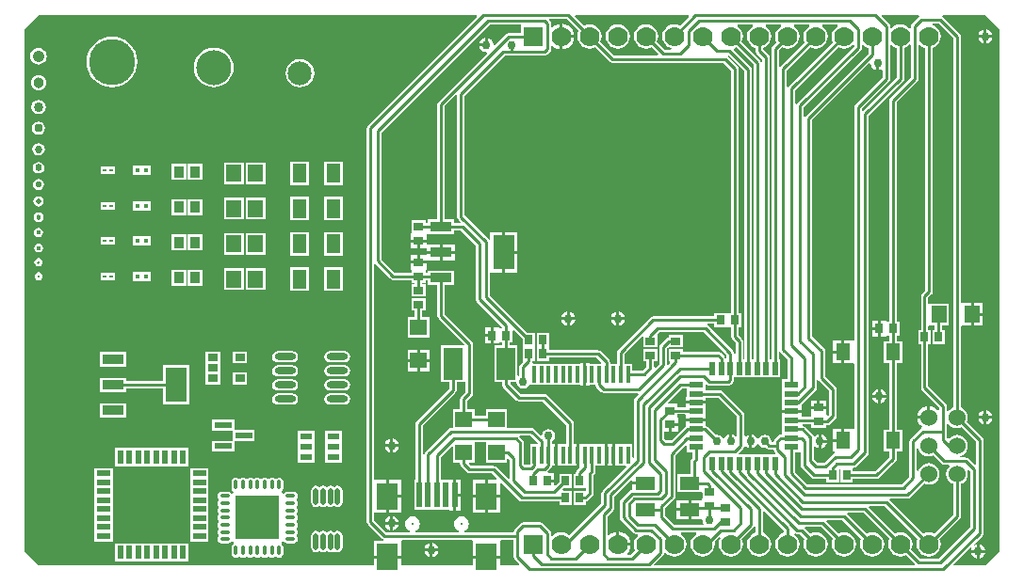
<source format=gtl>
G04 Layer_Physical_Order=1*
G04 Layer_Color=6684927*
%FSAX25Y25*%
%MOIN*%
G70*
G01*
G75*
%ADD10R,0.02756X0.03347*%
%ADD11R,0.03543X0.03150*%
%ADD12R,0.03150X0.03543*%
%ADD13R,0.07677X0.12402*%
%ADD14R,0.07677X0.03543*%
%ADD15R,0.05512X0.05906*%
%ADD16R,0.05906X0.05512*%
%ADD17R,0.03347X0.02756*%
%ADD18R,0.06600X0.11400*%
%ADD19R,0.07087X0.04724*%
%ADD20R,0.02200X0.05000*%
%ADD21R,0.05000X0.02200*%
%ADD22R,0.01378X0.05906*%
%ADD23R,0.05118X0.06102*%
%ADD24R,0.05118X0.06890*%
%ADD25R,0.05315X0.06102*%
%ADD26R,0.03543X0.04134*%
%ADD27R,0.01772X0.01772*%
%ADD28R,0.01378X0.00984*%
%ADD29R,0.03543X0.02559*%
%ADD30R,0.06299X0.02362*%
%ADD31R,0.04400X0.02400*%
%ADD32O,0.07480X0.02362*%
%ADD33O,0.01772X0.05906*%
%ADD34R,0.15472X0.15472*%
%ADD35O,0.01181X0.03543*%
%ADD36O,0.03543X0.01181*%
%ADD37R,0.02000X0.09000*%
%ADD38R,0.07800X0.09800*%
%ADD39C,0.01000*%
%ADD40C,0.06000*%
%ADD41R,0.07000X0.07000*%
%ADD42C,0.07000*%
%ADD43C,0.01000*%
%ADD44C,0.03000*%
%ADD45C,0.04230*%
%ADD46C,0.03400*%
%ADD47C,0.02740*%
%ADD48C,0.02210*%
%ADD49C,0.01790*%
%ADD50C,0.01460*%
%ADD51C,0.01200*%
%ADD52C,0.01969*%
%ADD53C,0.01330*%
%ADD54C,0.01620*%
%ADD55C,0.01990*%
%ADD56C,0.02460*%
%ADD57C,0.03050*%
%ADD58C,0.03790*%
%ADD59C,0.16350*%
%ADD60C,0.08470*%
%ADD61C,0.12400*%
G36*
X0431175Y0289451D02*
Y0158564D01*
X0430584Y0158319D01*
X0429790Y0157710D01*
X0429325Y0157105D01*
X0428826Y0157275D01*
Y0159000D01*
X0428725Y0159507D01*
X0428437Y0159937D01*
X0422365Y0166010D01*
Y0181027D01*
X0423217D01*
Y0185973D01*
X0422365D01*
Y0187319D01*
X0422539Y0187747D01*
X0422865Y0187747D01*
X0424635D01*
Y0185973D01*
X0423783D01*
Y0181027D01*
X0428139D01*
Y0185973D01*
X0427286D01*
Y0187747D01*
X0429650D01*
Y0195253D01*
X0422865D01*
X0422539Y0195253D01*
X0422365Y0195681D01*
Y0195681D01*
Y0197490D01*
X0423437Y0198563D01*
X0423725Y0198993D01*
X0423826Y0199500D01*
Y0285895D01*
X0424669Y0286244D01*
X0425567Y0286933D01*
X0426256Y0287831D01*
X0426689Y0288878D01*
X0426837Y0290000D01*
X0426689Y0291123D01*
X0426256Y0292169D01*
X0425567Y0293067D01*
X0424669Y0293756D01*
X0423623Y0294189D01*
X0423706Y0294674D01*
X0425951D01*
X0431175Y0289451D01*
D02*
G37*
G36*
X0399433Y0286933D02*
X0400331Y0286244D01*
X0401174Y0285895D01*
Y0284049D01*
X0379063Y0261937D01*
X0378825Y0261582D01*
X0378506Y0261602D01*
X0378326Y0261665D01*
Y0264951D01*
X0398437Y0285063D01*
X0398725Y0285493D01*
X0398826Y0286000D01*
Y0286947D01*
X0399299Y0287108D01*
X0399433Y0286933D01*
D02*
G37*
G36*
X0336800Y0144772D02*
Y0142576D01*
X0338774D01*
Y0140649D01*
X0338437Y0140311D01*
X0338149Y0139881D01*
X0338049Y0139374D01*
Y0134887D01*
X0333531D01*
Y0128562D01*
X0342217D01*
X0342428Y0128150D01*
Y0126114D01*
X0342228D01*
Y0125638D01*
X0338374D01*
Y0122276D01*
Y0118913D01*
X0342023D01*
X0342451Y0118500D01*
X0342464Y0118433D01*
X0342645Y0117525D01*
X0342817Y0117266D01*
X0342582Y0116825D01*
X0332549D01*
X0329326Y0120049D01*
Y0122276D01*
Y0122951D01*
X0332437Y0126063D01*
X0332725Y0126493D01*
X0332825Y0127000D01*
Y0141451D01*
X0336338Y0144964D01*
X0336800Y0144772D01*
D02*
G37*
G36*
Y0164700D02*
Y0162400D01*
X0336600D01*
Y0160800D01*
X0343600D01*
Y0162074D01*
X0348051D01*
X0354675Y0155451D01*
Y0148577D01*
X0354174Y0148388D01*
X0353475Y0148855D01*
X0353000Y0148950D01*
Y0146500D01*
X0352000D01*
Y0148950D01*
X0351524Y0148855D01*
X0350698Y0148302D01*
X0350157Y0147494D01*
X0349862Y0147436D01*
X0349630Y0147451D01*
X0349158Y0148158D01*
X0348397Y0148667D01*
X0347500Y0148845D01*
X0347108Y0148767D01*
X0344162Y0151713D01*
X0343732Y0152000D01*
X0343600Y0152026D01*
Y0153425D01*
X0336600D01*
Y0151888D01*
X0336338Y0151713D01*
X0331451Y0146826D01*
X0329549D01*
X0328825Y0147549D01*
Y0149925D01*
X0330500D01*
Y0152500D01*
X0331000D01*
Y0153000D01*
X0333772D01*
Y0155075D01*
X0333572D01*
Y0156096D01*
X0336129D01*
X0336600Y0156025D01*
Y0154425D01*
X0343600D01*
Y0156025D01*
X0343400D01*
Y0158200D01*
X0343600D01*
Y0159800D01*
X0336600D01*
Y0158747D01*
X0333572D01*
Y0159796D01*
X0330324D01*
X0330133Y0160258D01*
X0335149Y0165275D01*
X0336800D01*
Y0164700D01*
D02*
G37*
G36*
X0350950Y0177175D02*
Y0175877D01*
X0350451Y0175874D01*
X0350351Y0176381D01*
X0350063Y0176811D01*
X0348898Y0177977D01*
X0348468Y0178264D01*
X0347961Y0178365D01*
X0335473D01*
Y0179217D01*
X0330527D01*
Y0174861D01*
X0330834D01*
X0331025Y0174399D01*
X0330326Y0173700D01*
X0329825Y0173907D01*
Y0179451D01*
X0330044Y0179670D01*
X0330527Y0179783D01*
Y0179783D01*
X0330527Y0179783D01*
X0335473D01*
Y0184139D01*
X0330527D01*
Y0183286D01*
X0330461D01*
X0329953Y0183185D01*
X0329523Y0182898D01*
X0327563Y0180937D01*
X0327275Y0180507D01*
X0327174Y0180000D01*
Y0174049D01*
X0325826Y0172700D01*
X0325325Y0172907D01*
Y0174861D01*
X0326473D01*
Y0179217D01*
X0321527D01*
Y0174861D01*
X0322674D01*
Y0173049D01*
X0321223Y0171597D01*
X0317623D01*
Y0174024D01*
X0314900D01*
Y0177526D01*
X0321027Y0183652D01*
X0321527Y0183445D01*
Y0179783D01*
X0326473D01*
Y0184139D01*
X0326473Y0184139D01*
X0326473D01*
X0326493Y0184618D01*
X0327049Y0185175D01*
X0342951D01*
X0350950Y0177175D01*
D02*
G37*
G36*
X0370225Y0293674D02*
X0369433Y0293067D01*
X0368744Y0292169D01*
X0368311Y0291123D01*
X0368163Y0290000D01*
X0368311Y0288878D01*
X0368660Y0288034D01*
X0367163Y0286537D01*
X0366875Y0286107D01*
X0366775Y0285600D01*
Y0175700D01*
X0366226D01*
Y0282600D01*
X0366125Y0283107D01*
X0365837Y0283537D01*
X0363942Y0285433D01*
X0364012Y0285972D01*
X0364669Y0286244D01*
X0365567Y0286933D01*
X0366256Y0287831D01*
X0366689Y0288878D01*
X0366837Y0290000D01*
X0366689Y0291123D01*
X0366256Y0292169D01*
X0365567Y0293067D01*
X0364775Y0293674D01*
X0364892Y0294175D01*
X0370109D01*
X0370225Y0293674D01*
D02*
G37*
G36*
X0346665Y0186928D02*
X0351414D01*
Y0186928D01*
X0351586D01*
Y0186928D01*
X0352635D01*
Y0183539D01*
X0352736Y0183032D01*
X0353023Y0182602D01*
X0354100Y0181526D01*
Y0177728D01*
X0353601Y0177724D01*
X0353500Y0178232D01*
X0353213Y0178662D01*
X0344437Y0187437D01*
X0344082Y0187674D01*
X0344102Y0187994D01*
X0344165Y0188174D01*
X0346665D01*
Y0186928D01*
D02*
G37*
G36*
X0409433Y0286933D02*
X0410331Y0286244D01*
X0411174Y0285895D01*
Y0275549D01*
X0399325Y0263700D01*
X0398826Y0263907D01*
Y0264451D01*
X0408437Y0274063D01*
X0408725Y0274493D01*
X0408825Y0275000D01*
Y0286947D01*
X0409299Y0287108D01*
X0409433Y0286933D01*
D02*
G37*
G36*
X0258200Y0167500D02*
Y0167500D01*
X0258675Y0167438D01*
Y0164049D01*
X0257063Y0162437D01*
X0256775Y0162007D01*
X0256675Y0161500D01*
Y0157961D01*
X0254247D01*
Y0151326D01*
X0253500D01*
X0252993Y0151225D01*
X0252563Y0150937D01*
X0244413Y0142787D01*
X0244125Y0142357D01*
X0244024Y0141850D01*
X0243527Y0141855D01*
Y0152152D01*
X0255037Y0163663D01*
X0255325Y0164093D01*
X0255426Y0164600D01*
Y0167500D01*
X0258200D01*
X0258200Y0167500D01*
D02*
G37*
G36*
X0255675Y0269093D02*
Y0226000D01*
X0255775Y0225493D01*
X0256063Y0225063D01*
X0256838Y0224287D01*
X0256647Y0223826D01*
X0254517D01*
Y0225127D01*
X0251325D01*
Y0265451D01*
X0255174Y0269300D01*
X0255675Y0269093D01*
D02*
G37*
G36*
X0429790Y0152290D02*
X0430584Y0151681D01*
X0431508Y0151298D01*
X0432500Y0151167D01*
X0433492Y0151298D01*
X0434083Y0151543D01*
X0439175Y0146451D01*
Y0138353D01*
X0438713Y0138162D01*
X0436437Y0140437D01*
X0436007Y0140725D01*
X0435500Y0140825D01*
X0433598D01*
X0433492Y0141298D01*
X0434416Y0141681D01*
X0435210Y0142290D01*
X0435819Y0143084D01*
X0436202Y0144008D01*
X0436333Y0145000D01*
X0436202Y0145992D01*
X0435819Y0146916D01*
X0435210Y0147710D01*
X0434416Y0148319D01*
X0433492Y0148702D01*
X0432500Y0148833D01*
X0431508Y0148702D01*
X0430584Y0148319D01*
X0429790Y0147710D01*
X0429665Y0147548D01*
X0429089Y0147504D01*
X0428826Y0147754D01*
Y0152725D01*
X0429325Y0152895D01*
X0429790Y0152290D01*
D02*
G37*
G36*
X0265747Y0146150D02*
Y0139039D01*
X0273253D01*
Y0140219D01*
X0273715Y0140411D01*
X0274174Y0139951D01*
Y0133353D01*
X0273713Y0133162D01*
X0269437Y0137437D01*
X0269007Y0137725D01*
X0268500Y0137826D01*
X0260549D01*
X0259798Y0138577D01*
X0259989Y0139039D01*
X0261753D01*
Y0146150D01*
X0262243Y0146175D01*
X0265257D01*
X0265747Y0146150D01*
D02*
G37*
G36*
X0419181Y0143084D02*
X0419790Y0142290D01*
X0420584Y0141681D01*
X0421508Y0141298D01*
X0422500Y0141167D01*
X0423492Y0141298D01*
X0424083Y0141543D01*
X0427063Y0138563D01*
X0427493Y0138275D01*
X0428000Y0138174D01*
X0429632D01*
X0429715Y0137929D01*
X0429762Y0137674D01*
X0429181Y0136916D01*
X0428798Y0135992D01*
X0428667Y0135000D01*
X0428798Y0134008D01*
X0429181Y0133084D01*
X0429790Y0132290D01*
X0430584Y0131681D01*
X0431175Y0131436D01*
Y0120549D01*
X0424466Y0113840D01*
X0423623Y0114189D01*
X0422500Y0114337D01*
X0421378Y0114189D01*
X0420534Y0113840D01*
X0408700Y0125674D01*
X0408907Y0126174D01*
X0415000D01*
X0415507Y0126275D01*
X0415937Y0126563D01*
X0420917Y0131543D01*
X0421508Y0131298D01*
X0422500Y0131167D01*
X0423492Y0131298D01*
X0424416Y0131681D01*
X0425210Y0132290D01*
X0425819Y0133084D01*
X0426202Y0134008D01*
X0426333Y0135000D01*
X0426202Y0135992D01*
X0425819Y0136916D01*
X0425210Y0137710D01*
X0424416Y0138319D01*
X0423492Y0138702D01*
X0422500Y0138833D01*
X0421508Y0138702D01*
X0420584Y0138319D01*
X0419790Y0137710D01*
X0419181Y0136916D01*
X0418798Y0135992D01*
X0418326Y0136098D01*
Y0143902D01*
X0418798Y0144008D01*
X0419181Y0143084D01*
D02*
G37*
G36*
X0370063Y0178063D02*
X0372574Y0175551D01*
Y0168500D01*
X0370600D01*
Y0164700D01*
Y0161500D01*
Y0159200D01*
X0370400D01*
Y0157600D01*
X0377400D01*
Y0159200D01*
X0377400Y0159200D01*
X0377400D01*
X0377480Y0159667D01*
X0382437Y0164624D01*
X0382725Y0165054D01*
X0382825Y0165561D01*
Y0168335D01*
X0383006Y0168398D01*
X0383326Y0168418D01*
X0383563Y0168063D01*
X0387175Y0164451D01*
Y0156049D01*
X0386859Y0155734D01*
X0386280Y0155862D01*
X0386272Y0155886D01*
X0386272Y0155886D01*
X0386272Y0155886D01*
Y0157961D01*
X0380728D01*
Y0155886D01*
X0380928D01*
Y0155251D01*
X0377400D01*
Y0156600D01*
X0370400D01*
Y0155000D01*
X0370600D01*
Y0152025D01*
Y0149526D01*
Y0148951D01*
X0370126D01*
X0369619Y0148851D01*
X0369189Y0148563D01*
X0368063Y0147437D01*
X0367775Y0147007D01*
X0367674Y0146500D01*
Y0146326D01*
X0366988D01*
X0366845Y0146500D01*
X0366667Y0147397D01*
X0366158Y0148158D01*
X0365397Y0148667D01*
X0364500Y0148845D01*
X0363603Y0148667D01*
X0362842Y0148158D01*
X0362369Y0147451D01*
X0362138Y0147436D01*
X0361843Y0147494D01*
X0361302Y0148302D01*
X0360475Y0148855D01*
X0360000Y0148950D01*
Y0146500D01*
Y0144051D01*
X0360475Y0144145D01*
X0361302Y0144698D01*
X0361843Y0145506D01*
X0362138Y0145564D01*
X0362369Y0145549D01*
X0362842Y0144842D01*
X0363603Y0144333D01*
X0364500Y0144155D01*
X0364893Y0144233D01*
X0365063Y0144063D01*
X0365493Y0143775D01*
X0366000Y0143675D01*
X0367674D01*
Y0143500D01*
X0367775Y0142993D01*
X0368063Y0142563D01*
X0368264Y0142362D01*
X0368072Y0141900D01*
X0355482D01*
X0355275Y0142400D01*
X0356937Y0144063D01*
X0357225Y0144493D01*
X0357226Y0144503D01*
X0357446Y0144594D01*
X0357766Y0144652D01*
X0358524Y0144145D01*
X0359000Y0144051D01*
Y0146500D01*
Y0148950D01*
X0358524Y0148855D01*
X0357825Y0148388D01*
X0357326Y0148577D01*
Y0156000D01*
X0357225Y0156507D01*
X0356937Y0156937D01*
X0349537Y0164337D01*
X0349107Y0164625D01*
X0348600Y0164725D01*
X0343400D01*
Y0165300D01*
Y0166572D01*
X0343862Y0166764D01*
X0344063Y0166563D01*
X0344493Y0166275D01*
X0345000Y0166174D01*
X0351500D01*
X0352007Y0166275D01*
X0352437Y0166563D01*
X0353213Y0167338D01*
X0353500Y0167768D01*
X0353601Y0168276D01*
Y0169100D01*
X0370000D01*
Y0175700D01*
X0369426D01*
Y0178117D01*
X0369925Y0178268D01*
X0370063Y0178063D01*
D02*
G37*
G36*
X0419433Y0286933D02*
X0420331Y0286244D01*
X0421174Y0285895D01*
Y0200049D01*
X0420102Y0198977D01*
X0419815Y0198547D01*
X0419714Y0198039D01*
Y0185973D01*
X0418861D01*
Y0181027D01*
X0419714D01*
Y0165461D01*
X0419815Y0164953D01*
X0420102Y0164523D01*
X0426174Y0158451D01*
Y0157603D01*
X0425674Y0157434D01*
X0425353Y0157853D01*
X0424517Y0158494D01*
X0423544Y0158897D01*
X0423000Y0158969D01*
Y0155000D01*
X0422500D01*
Y0154500D01*
X0418531D01*
X0418603Y0153956D01*
X0419006Y0152983D01*
X0419647Y0152147D01*
X0420146Y0151765D01*
X0420021Y0151230D01*
X0419993Y0151225D01*
X0419563Y0150937D01*
X0416063Y0147437D01*
X0415775Y0147007D01*
X0415674Y0146500D01*
Y0134049D01*
X0412951Y0131325D01*
X0379549D01*
X0375225Y0135649D01*
Y0142576D01*
X0377174D01*
Y0138000D01*
X0377275Y0137493D01*
X0377563Y0137063D01*
X0381063Y0133563D01*
X0381493Y0133275D01*
X0382000Y0133175D01*
X0386361D01*
Y0132027D01*
X0390717D01*
Y0136506D01*
X0391000Y0136669D01*
X0391283Y0136506D01*
Y0132027D01*
X0395639D01*
Y0133175D01*
X0404000D01*
X0404507Y0133275D01*
X0404937Y0133563D01*
X0410795Y0139421D01*
X0411083Y0139851D01*
X0411184Y0140358D01*
Y0142999D01*
X0413217D01*
Y0150702D01*
X0411184D01*
Y0174298D01*
X0413217D01*
Y0182001D01*
X0411184D01*
Y0183928D01*
X0412335D01*
Y0189072D01*
X0411184D01*
Y0266809D01*
X0418437Y0274063D01*
X0418725Y0274493D01*
X0418825Y0275000D01*
Y0286947D01*
X0419299Y0287108D01*
X0419433Y0286933D01*
D02*
G37*
G36*
X0416175Y0286947D02*
Y0275549D01*
X0408921Y0268296D01*
X0408634Y0267865D01*
X0408533Y0267358D01*
Y0189072D01*
X0407614D01*
Y0189272D01*
X0405539D01*
Y0186500D01*
Y0183728D01*
X0407614D01*
Y0183928D01*
X0408533D01*
Y0182001D01*
X0406499D01*
Y0174298D01*
X0408533D01*
Y0150702D01*
X0406499D01*
Y0142999D01*
X0408533D01*
Y0140907D01*
X0403451Y0135826D01*
X0395992D01*
X0395639Y0136179D01*
Y0136973D01*
X0396051Y0137185D01*
X0396507Y0137275D01*
X0396937Y0137563D01*
X0400937Y0141563D01*
X0401225Y0141993D01*
X0401326Y0142500D01*
Y0261951D01*
X0413437Y0274063D01*
X0413725Y0274493D01*
X0413826Y0275000D01*
Y0285895D01*
X0414669Y0286244D01*
X0415567Y0286933D01*
X0415701Y0287108D01*
X0416175Y0286947D01*
D02*
G37*
G36*
X0284100Y0146026D02*
Y0145481D01*
X0281377D01*
Y0138326D01*
X0279549D01*
X0279326Y0138549D01*
Y0146000D01*
X0279225Y0146507D01*
X0278937Y0146937D01*
X0277700Y0148175D01*
X0277907Y0148674D01*
X0281451D01*
X0284100Y0146026D01*
D02*
G37*
G36*
X0360474Y0280151D02*
Y0175700D01*
X0359926D01*
Y0278400D01*
X0359825Y0278907D01*
X0359537Y0279337D01*
X0353526Y0285349D01*
X0353728Y0285854D01*
X0354466Y0286160D01*
X0360474Y0280151D01*
D02*
G37*
G36*
X0262664Y0297038D02*
X0224063Y0258437D01*
X0223775Y0258007D01*
X0223675Y0257500D01*
Y0118000D01*
X0223775Y0117493D01*
X0224063Y0117063D01*
X0229063Y0112063D01*
X0229416Y0111827D01*
X0229391Y0111492D01*
X0229332Y0111327D01*
X0226080D01*
Y0105927D01*
X0235880D01*
Y0111327D01*
X0236236Y0111674D01*
X0260764D01*
X0261120Y0111327D01*
Y0105927D01*
X0270920D01*
Y0111327D01*
X0271276Y0111674D01*
X0275675D01*
Y0105500D01*
X0275775Y0104993D01*
X0276063Y0104563D01*
X0277664Y0102962D01*
X0277472Y0102500D01*
X0271274D01*
X0270920Y0102854D01*
Y0104927D01*
X0261120D01*
Y0102500D01*
X0236234D01*
X0235880Y0102854D01*
Y0104927D01*
X0226080D01*
Y0102500D01*
X0107500D01*
X0102500Y0107500D01*
Y0292500D01*
X0107500Y0297500D01*
X0262472D01*
X0262664Y0297038D01*
D02*
G37*
G36*
X0395653Y0286905D02*
X0396069Y0286766D01*
X0396106Y0286480D01*
X0376063Y0266437D01*
X0375826Y0266082D01*
X0375506Y0266102D01*
X0375325Y0266165D01*
Y0270951D01*
X0390534Y0286160D01*
X0391377Y0285811D01*
X0392500Y0285663D01*
X0393622Y0285811D01*
X0394669Y0286244D01*
X0395546Y0286917D01*
X0395653Y0286905D01*
D02*
G37*
G36*
X0419157Y0297000D02*
X0419063Y0296937D01*
X0416563Y0294437D01*
X0416275Y0294007D01*
X0416175Y0293500D01*
Y0293053D01*
X0415701Y0292892D01*
X0415567Y0293067D01*
X0414669Y0293756D01*
X0413623Y0294189D01*
X0412500Y0294337D01*
X0411377Y0294189D01*
X0410331Y0293756D01*
X0409433Y0293067D01*
X0409299Y0292892D01*
X0408825Y0293053D01*
Y0293500D01*
X0408725Y0294007D01*
X0408437Y0294437D01*
X0405836Y0297038D01*
X0406028Y0297500D01*
X0419005D01*
X0419157Y0297000D01*
D02*
G37*
G36*
X0298660Y0291966D02*
X0298311Y0291123D01*
X0298163Y0290000D01*
X0298311Y0288878D01*
X0298744Y0287831D01*
X0299433Y0286933D01*
X0300331Y0286244D01*
X0301378Y0285811D01*
X0302500Y0285663D01*
X0303623Y0285811D01*
X0304466Y0286160D01*
X0309563Y0281063D01*
X0309993Y0280775D01*
X0310500Y0280675D01*
X0349951D01*
X0352635Y0277990D01*
Y0192072D01*
X0351586D01*
Y0192072D01*
X0351414D01*
Y0192072D01*
X0346665D01*
Y0190825D01*
X0325000D01*
X0324493Y0190725D01*
X0324063Y0190437D01*
X0312638Y0179012D01*
X0312350Y0178582D01*
X0312249Y0178075D01*
Y0174024D01*
X0309782D01*
Y0174543D01*
X0309681Y0175050D01*
X0309394Y0175481D01*
X0306437Y0178437D01*
X0306007Y0178725D01*
X0305500Y0178825D01*
X0288139D01*
Y0179973D01*
X0288139D01*
Y0180027D01*
X0288139D01*
Y0184973D01*
X0283783D01*
Y0180027D01*
X0283783D01*
Y0179973D01*
X0283783D01*
Y0175027D01*
X0288139D01*
Y0176174D01*
X0304951D01*
X0306639Y0174486D01*
X0306448Y0174024D01*
X0302468D01*
Y0174224D01*
X0301279D01*
Y0170272D01*
Y0166319D01*
X0302468D01*
Y0166519D01*
X0304589D01*
X0304673Y0166095D01*
X0304960Y0165665D01*
X0306563Y0164063D01*
X0306993Y0163775D01*
X0307500Y0163674D01*
X0319593D01*
X0319800Y0163174D01*
X0318563Y0161937D01*
X0318275Y0161507D01*
X0318175Y0161000D01*
Y0140578D01*
X0318123Y0140543D01*
X0317623Y0140810D01*
Y0145481D01*
X0312705D01*
Y0145681D01*
X0311516D01*
Y0141728D01*
Y0137776D01*
X0312705D01*
Y0137976D01*
X0315334D01*
X0315525Y0137514D01*
X0307063Y0129051D01*
X0306775Y0128621D01*
X0306675Y0128114D01*
Y0124549D01*
X0295355Y0113229D01*
X0294669Y0113756D01*
X0293622Y0114189D01*
X0292500Y0114337D01*
X0291377Y0114189D01*
X0290331Y0113756D01*
X0289433Y0113067D01*
X0289299Y0112892D01*
X0288825Y0113052D01*
Y0114000D01*
X0288725Y0114507D01*
X0288437Y0114937D01*
X0285937Y0117437D01*
X0285507Y0117725D01*
X0285000Y0117825D01*
X0279000D01*
X0278493Y0117725D01*
X0278063Y0117437D01*
X0276063Y0115437D01*
X0275775Y0115007D01*
X0275675Y0114500D01*
Y0114325D01*
X0258208D01*
X0258108Y0114825D01*
X0258468Y0114974D01*
X0259009Y0115390D01*
X0259424Y0115931D01*
X0259686Y0116561D01*
X0259775Y0117238D01*
X0259686Y0117914D01*
X0259424Y0118545D01*
X0259009Y0119086D01*
X0258468Y0119501D01*
X0257838Y0119763D01*
X0257161Y0119852D01*
X0256485Y0119763D01*
X0255854Y0119501D01*
X0255313Y0119086D01*
X0254897Y0118545D01*
X0254636Y0117914D01*
X0254547Y0117238D01*
X0254636Y0116561D01*
X0254897Y0115931D01*
X0255313Y0115390D01*
X0255854Y0114974D01*
X0256214Y0114825D01*
X0256114Y0114325D01*
X0240886D01*
X0240786Y0114825D01*
X0241146Y0114974D01*
X0241687Y0115390D01*
X0242103Y0115931D01*
X0242364Y0116561D01*
X0242453Y0117238D01*
X0242364Y0117914D01*
X0242103Y0118545D01*
X0241687Y0119086D01*
X0241146Y0119501D01*
X0240515Y0119763D01*
X0239839Y0119852D01*
X0239162Y0119763D01*
X0238532Y0119501D01*
X0237991Y0119086D01*
X0237576Y0118545D01*
X0237314Y0117914D01*
X0237225Y0117238D01*
X0237314Y0116561D01*
X0237576Y0115931D01*
X0237991Y0115390D01*
X0238532Y0114974D01*
X0238892Y0114825D01*
X0238792Y0114325D01*
X0230549D01*
X0226325Y0118549D01*
Y0121181D01*
X0230480D01*
Y0127081D01*
Y0132981D01*
X0226325D01*
Y0209093D01*
X0226825Y0209300D01*
X0232023Y0204102D01*
X0232453Y0203815D01*
X0232961Y0203714D01*
X0239428D01*
Y0202665D01*
X0240674D01*
Y0202139D01*
X0239527D01*
Y0197783D01*
X0244473D01*
Y0202139D01*
X0243325D01*
Y0202665D01*
X0244572D01*
Y0203619D01*
X0245239D01*
Y0201873D01*
X0248675D01*
Y0191000D01*
X0248775Y0190493D01*
X0249063Y0190063D01*
X0258125Y0181000D01*
X0257918Y0180500D01*
X0250000D01*
Y0167500D01*
X0252775D01*
Y0165149D01*
X0241264Y0153638D01*
X0240976Y0153208D01*
X0240876Y0152701D01*
Y0132873D01*
X0240401D01*
Y0122273D01*
X0252799D01*
Y0122073D01*
X0254299D01*
Y0127573D01*
Y0133073D01*
X0252799D01*
Y0132873D01*
X0249826D01*
Y0140951D01*
X0253785Y0144911D01*
X0254247Y0144720D01*
Y0139039D01*
X0256675D01*
Y0138500D01*
X0256775Y0137993D01*
X0257063Y0137563D01*
X0259063Y0135563D01*
X0259493Y0135275D01*
X0260000Y0135175D01*
X0267951D01*
X0269683Y0133443D01*
X0269491Y0132981D01*
X0266520D01*
Y0127581D01*
X0270920D01*
Y0131552D01*
X0271382Y0131744D01*
X0277563Y0125563D01*
X0277993Y0125275D01*
X0278500Y0125174D01*
X0291861D01*
Y0124027D01*
X0296217D01*
Y0128973D01*
X0293040D01*
X0292849Y0129435D01*
X0293441Y0130027D01*
X0296217D01*
Y0134973D01*
X0291861D01*
Y0132197D01*
X0290497Y0130833D01*
X0290035Y0131024D01*
Y0132000D01*
X0287461D01*
Y0133000D01*
X0290035D01*
Y0135272D01*
X0287853D01*
X0287646Y0135772D01*
X0288921Y0137047D01*
X0289209Y0137477D01*
X0289268Y0137776D01*
X0290043D01*
Y0141728D01*
Y0145681D01*
X0289310D01*
Y0146619D01*
X0289643Y0146842D01*
X0290151Y0147603D01*
X0290329Y0148500D01*
X0290151Y0149397D01*
X0289643Y0150158D01*
X0288882Y0150667D01*
X0287984Y0150845D01*
X0287087Y0150667D01*
X0286326Y0150158D01*
X0285818Y0149397D01*
X0285713Y0148869D01*
X0285170Y0148704D01*
X0282937Y0150937D01*
X0282507Y0151225D01*
X0282000Y0151326D01*
X0273253D01*
Y0157961D01*
X0265747D01*
Y0155731D01*
X0261753D01*
Y0157961D01*
X0259326D01*
Y0160951D01*
X0260937Y0162563D01*
X0261225Y0162993D01*
X0261326Y0163500D01*
Y0181000D01*
X0261225Y0181507D01*
X0260937Y0181937D01*
X0251325Y0191549D01*
Y0201873D01*
X0254517D01*
Y0207016D01*
X0245239D01*
Y0206270D01*
X0244572D01*
Y0207386D01*
X0244772D01*
Y0209461D01*
X0239228D01*
Y0207386D01*
X0239428D01*
Y0206365D01*
X0233510D01*
X0228825Y0211049D01*
Y0255951D01*
X0267049Y0294175D01*
X0278200D01*
Y0291325D01*
X0274000D01*
X0273493Y0291225D01*
X0273063Y0290937D01*
X0268994Y0286868D01*
X0268527Y0287109D01*
X0268355Y0287976D01*
X0267802Y0288802D01*
X0266975Y0289355D01*
X0266500Y0289450D01*
Y0287000D01*
X0266000D01*
Y0286500D01*
X0263550D01*
X0263645Y0286024D01*
X0264198Y0285198D01*
X0265024Y0284645D01*
X0265891Y0284473D01*
X0266132Y0284006D01*
X0249063Y0266937D01*
X0248775Y0266507D01*
X0248675Y0266000D01*
Y0225127D01*
X0245239D01*
Y0223881D01*
X0244572D01*
Y0224835D01*
X0239428D01*
Y0220114D01*
X0239228D01*
Y0218039D01*
X0244772D01*
Y0219905D01*
X0245239Y0219984D01*
X0245239Y0219983D01*
X0245239Y0219984D01*
X0254517D01*
Y0221175D01*
X0256905D01*
X0262175Y0215905D01*
Y0197000D01*
X0262275Y0196493D01*
X0262563Y0196063D01*
X0271554Y0187072D01*
X0271439Y0186572D01*
X0270614D01*
Y0186772D01*
X0268539D01*
Y0184000D01*
Y0181228D01*
X0270614D01*
Y0181428D01*
X0271574D01*
Y0180500D01*
X0268800D01*
Y0167500D01*
X0271574D01*
Y0166600D01*
X0271675Y0166093D01*
X0271963Y0165663D01*
X0276563Y0161063D01*
X0276993Y0160775D01*
X0277500Y0160675D01*
X0285951D01*
X0294336Y0152290D01*
Y0145481D01*
X0292232D01*
Y0145681D01*
X0291043D01*
Y0141728D01*
Y0137776D01*
X0292232D01*
Y0137976D01*
X0296532D01*
Y0137776D01*
X0297721D01*
Y0141728D01*
Y0145681D01*
X0296987D01*
Y0152839D01*
X0296886Y0153346D01*
X0296599Y0153776D01*
X0287437Y0162937D01*
X0287007Y0163225D01*
X0286500Y0163326D01*
X0278049D01*
X0274375Y0167000D01*
X0274582Y0167500D01*
X0276655D01*
X0276833Y0166603D01*
X0277342Y0165842D01*
X0278103Y0165333D01*
X0279000Y0165155D01*
X0279897Y0165333D01*
X0280658Y0165842D01*
X0280964Y0166299D01*
X0281377Y0166519D01*
X0281377D01*
X0281377Y0166519D01*
X0281377Y0166519D01*
X0299091D01*
Y0166319D01*
X0300279D01*
Y0170272D01*
Y0174224D01*
X0299091D01*
Y0174024D01*
X0282526D01*
X0282259Y0174524D01*
X0282264Y0174532D01*
X0282362Y0175027D01*
X0283217D01*
Y0179973D01*
X0283217D01*
Y0180027D01*
X0283217D01*
Y0184973D01*
X0280441D01*
X0267126Y0198288D01*
Y0205865D01*
X0267284Y0206299D01*
X0267625Y0206299D01*
X0271622D01*
Y0213500D01*
Y0220701D01*
X0267284D01*
Y0218220D01*
X0266783Y0218068D01*
X0266737Y0218137D01*
X0258326Y0226549D01*
Y0268951D01*
X0272549Y0283174D01*
X0286500D01*
X0287007Y0283275D01*
X0287437Y0283563D01*
X0288437Y0284563D01*
X0288725Y0284993D01*
X0288825Y0285500D01*
Y0286633D01*
X0289078Y0286719D01*
X0289325Y0286764D01*
X0290231Y0286069D01*
X0291325Y0285616D01*
X0292000Y0285527D01*
Y0290000D01*
Y0294473D01*
X0291325Y0294384D01*
X0290231Y0293931D01*
X0289325Y0293236D01*
X0289078Y0293282D01*
X0288825Y0293367D01*
Y0294500D01*
X0288725Y0295007D01*
X0288437Y0295437D01*
X0288162Y0295713D01*
X0288353Y0296175D01*
X0294451D01*
X0298660Y0291966D01*
D02*
G37*
G36*
X0401973Y0280391D02*
X0402145Y0279524D01*
X0402698Y0278698D01*
X0403524Y0278145D01*
X0404000Y0278050D01*
Y0280500D01*
X0405000D01*
Y0278050D01*
X0405476Y0278145D01*
X0405734Y0278317D01*
X0406175Y0278082D01*
Y0275549D01*
X0396563Y0265937D01*
X0396275Y0265507D01*
X0396175Y0265000D01*
Y0182264D01*
X0395701Y0182201D01*
X0395674Y0182201D01*
X0392642D01*
Y0178150D01*
Y0174098D01*
X0395674D01*
X0395701Y0174098D01*
X0396175Y0174035D01*
Y0150965D01*
X0395701Y0150902D01*
X0395701Y0150902D01*
X0395701Y0150902D01*
X0392642D01*
Y0146850D01*
X0392142D01*
Y0146350D01*
X0388583D01*
Y0142799D01*
X0389319D01*
X0389368Y0142299D01*
X0388993Y0142225D01*
X0388563Y0141937D01*
X0385451Y0138826D01*
X0383049D01*
X0381825Y0140049D01*
Y0144423D01*
X0382326Y0144612D01*
X0383025Y0144145D01*
X0383500Y0144051D01*
Y0146500D01*
Y0148950D01*
X0383025Y0148855D01*
X0382266Y0148348D01*
X0381946Y0148406D01*
X0381727Y0148497D01*
X0381725Y0148507D01*
X0381437Y0148937D01*
X0378662Y0151713D01*
X0378232Y0152000D01*
X0377724Y0152101D01*
X0377728Y0152600D01*
X0380928D01*
Y0151165D01*
X0386072D01*
Y0152214D01*
X0386539D01*
X0387047Y0152315D01*
X0387477Y0152602D01*
X0389437Y0154563D01*
X0389725Y0154993D01*
X0389826Y0155500D01*
Y0165000D01*
X0389725Y0165507D01*
X0389437Y0165937D01*
X0385825Y0169549D01*
Y0178500D01*
X0385725Y0179007D01*
X0385437Y0179437D01*
X0381326Y0183549D01*
Y0260451D01*
X0401506Y0280632D01*
X0401973Y0280391D01*
D02*
G37*
G36*
X0278861Y0182803D02*
Y0180027D01*
X0278861D01*
Y0179973D01*
X0278861D01*
Y0175027D01*
X0278861Y0175027D01*
X0278861D01*
X0278706Y0174580D01*
X0278063Y0173937D01*
X0277775Y0173507D01*
X0277675Y0173000D01*
Y0169733D01*
X0277500Y0169618D01*
X0277000Y0169887D01*
Y0180500D01*
X0274225D01*
Y0181428D01*
X0275335D01*
Y0185676D01*
X0275797Y0185868D01*
X0278861Y0182803D01*
D02*
G37*
G36*
X0351632Y0283494D02*
X0357275Y0277851D01*
Y0175700D01*
X0356751D01*
Y0182075D01*
X0356650Y0182582D01*
X0356362Y0183012D01*
X0355286Y0184088D01*
Y0186928D01*
X0356335D01*
Y0192072D01*
X0355286D01*
Y0278539D01*
X0355185Y0279047D01*
X0354898Y0279477D01*
X0351437Y0282937D01*
X0351432Y0282941D01*
X0351433Y0283391D01*
X0351504Y0283494D01*
X0351632Y0283494D01*
D02*
G37*
G36*
X0390225Y0293674D02*
X0389433Y0293067D01*
X0388744Y0292169D01*
X0388311Y0291123D01*
X0388163Y0290000D01*
X0388311Y0288878D01*
X0388660Y0288034D01*
X0373063Y0272437D01*
X0372826Y0272082D01*
X0372506Y0272102D01*
X0372325Y0272165D01*
Y0277951D01*
X0380534Y0286160D01*
X0381378Y0285811D01*
X0382500Y0285663D01*
X0383623Y0285811D01*
X0384669Y0286244D01*
X0385567Y0286933D01*
X0386256Y0287831D01*
X0386689Y0288878D01*
X0386837Y0290000D01*
X0386689Y0291123D01*
X0386256Y0292169D01*
X0385567Y0293067D01*
X0384775Y0293674D01*
X0384892Y0294175D01*
X0390108D01*
X0390225Y0293674D01*
D02*
G37*
G36*
X0317583Y0132555D02*
Y0132224D01*
X0322126D01*
Y0131224D01*
X0317583D01*
Y0129325D01*
X0317500D01*
X0316993Y0129225D01*
X0316563Y0128937D01*
X0313563Y0125937D01*
X0313275Y0125507D01*
X0313175Y0125000D01*
Y0119500D01*
X0313275Y0118993D01*
X0313563Y0118563D01*
X0318063Y0114063D01*
X0318493Y0113775D01*
X0319000Y0113674D01*
X0319447D01*
X0319608Y0113201D01*
X0319433Y0113067D01*
X0318744Y0112169D01*
X0318311Y0111123D01*
X0318163Y0110000D01*
X0318311Y0108878D01*
X0318660Y0108034D01*
X0316951Y0106325D01*
X0315867D01*
X0315781Y0106578D01*
X0315736Y0106825D01*
X0316431Y0107731D01*
X0316884Y0108825D01*
X0316973Y0109500D01*
X0312500D01*
Y0110000D01*
X0312000D01*
Y0114473D01*
X0311325Y0114384D01*
X0310231Y0113931D01*
X0309326Y0113236D01*
X0309078Y0113282D01*
X0308825Y0113367D01*
Y0119951D01*
X0310937Y0122063D01*
X0311225Y0122493D01*
X0311326Y0123000D01*
Y0126951D01*
X0317121Y0132746D01*
X0317583Y0132555D01*
D02*
G37*
G36*
X0437175Y0135951D02*
Y0116049D01*
X0425951Y0104825D01*
X0419549D01*
X0416340Y0108034D01*
X0416689Y0108878D01*
X0416837Y0110000D01*
X0416689Y0111123D01*
X0416256Y0112169D01*
X0415567Y0113067D01*
X0414669Y0113756D01*
X0413623Y0114189D01*
X0412500Y0114337D01*
X0411377Y0114189D01*
X0410534Y0113840D01*
X0401200Y0123175D01*
X0401407Y0123674D01*
X0406951D01*
X0418660Y0111966D01*
X0418311Y0111123D01*
X0418163Y0110000D01*
X0418311Y0108878D01*
X0418744Y0107831D01*
X0419433Y0106933D01*
X0420331Y0106244D01*
X0421378Y0105811D01*
X0422500Y0105663D01*
X0423623Y0105811D01*
X0424669Y0106244D01*
X0425567Y0106933D01*
X0426256Y0107831D01*
X0426689Y0108878D01*
X0426837Y0110000D01*
X0426689Y0111123D01*
X0426340Y0111966D01*
X0433437Y0119063D01*
X0433725Y0119493D01*
X0433825Y0120000D01*
Y0131436D01*
X0434416Y0131681D01*
X0435210Y0132290D01*
X0435819Y0133084D01*
X0436202Y0134008D01*
X0436333Y0135000D01*
X0436202Y0135992D01*
X0436044Y0136375D01*
X0436468Y0136658D01*
X0437175Y0135951D01*
D02*
G37*
G36*
X0360225Y0293674D02*
X0359433Y0293067D01*
X0358744Y0292169D01*
X0358311Y0291123D01*
X0358163Y0290000D01*
X0358311Y0288878D01*
X0358744Y0287831D01*
X0359433Y0286933D01*
X0360331Y0286244D01*
X0361175Y0285895D01*
Y0285000D01*
X0361275Y0284493D01*
X0361563Y0284063D01*
X0363575Y0282051D01*
Y0281005D01*
X0363074Y0280956D01*
X0363025Y0281207D01*
X0362737Y0281637D01*
X0356340Y0288034D01*
X0356689Y0288878D01*
X0356837Y0290000D01*
X0356689Y0291123D01*
X0356256Y0292169D01*
X0355567Y0293067D01*
X0354775Y0293674D01*
X0354891Y0294175D01*
X0360108D01*
X0360225Y0293674D01*
D02*
G37*
G36*
X0371175Y0114951D02*
Y0114105D01*
X0370331Y0113756D01*
X0369433Y0113067D01*
X0368744Y0112169D01*
X0368311Y0111123D01*
X0368163Y0110000D01*
X0368311Y0108878D01*
X0368744Y0107831D01*
X0369433Y0106933D01*
X0370331Y0106244D01*
X0371377Y0105811D01*
X0372500Y0105663D01*
X0373622Y0105811D01*
X0374669Y0106244D01*
X0375567Y0106933D01*
X0376256Y0107831D01*
X0376689Y0108878D01*
X0376837Y0110000D01*
X0376689Y0111123D01*
X0376256Y0112169D01*
X0375567Y0113067D01*
X0374984Y0113514D01*
X0375275Y0113921D01*
X0375493Y0113775D01*
X0376000Y0113674D01*
X0376951D01*
X0378660Y0111966D01*
X0378311Y0111123D01*
X0378163Y0110000D01*
X0378311Y0108878D01*
X0378744Y0107831D01*
X0379433Y0106933D01*
X0380331Y0106244D01*
X0381378Y0105811D01*
X0382500Y0105663D01*
X0383623Y0105811D01*
X0384669Y0106244D01*
X0385567Y0106933D01*
X0386256Y0107831D01*
X0386689Y0108878D01*
X0386837Y0110000D01*
X0386689Y0111123D01*
X0386256Y0112169D01*
X0385567Y0113067D01*
X0384669Y0113756D01*
X0383623Y0114189D01*
X0382500Y0114337D01*
X0381378Y0114189D01*
X0380534Y0113840D01*
X0378700Y0115674D01*
X0378907Y0116174D01*
X0384451D01*
X0388660Y0111966D01*
X0388311Y0111123D01*
X0388163Y0110000D01*
X0388311Y0108878D01*
X0388744Y0107831D01*
X0389433Y0106933D01*
X0390331Y0106244D01*
X0391377Y0105811D01*
X0392500Y0105663D01*
X0393622Y0105811D01*
X0394669Y0106244D01*
X0395567Y0106933D01*
X0396256Y0107831D01*
X0396689Y0108878D01*
X0396837Y0110000D01*
X0396689Y0111123D01*
X0396256Y0112169D01*
X0395567Y0113067D01*
X0394669Y0113756D01*
X0393622Y0114189D01*
X0392500Y0114337D01*
X0391377Y0114189D01*
X0390534Y0113840D01*
X0386200Y0118175D01*
X0386407Y0118675D01*
X0391951D01*
X0398660Y0111966D01*
X0398311Y0111123D01*
X0398163Y0110000D01*
X0398311Y0108878D01*
X0398744Y0107831D01*
X0399433Y0106933D01*
X0400331Y0106244D01*
X0401377Y0105811D01*
X0402500Y0105663D01*
X0403622Y0105811D01*
X0404669Y0106244D01*
X0405567Y0106933D01*
X0406256Y0107831D01*
X0406689Y0108878D01*
X0406837Y0110000D01*
X0406689Y0111123D01*
X0406256Y0112169D01*
X0405567Y0113067D01*
X0404669Y0113756D01*
X0403622Y0114189D01*
X0402500Y0114337D01*
X0401377Y0114189D01*
X0400534Y0113840D01*
X0393700Y0120675D01*
X0393907Y0121175D01*
X0399451D01*
X0408660Y0111966D01*
X0408311Y0111123D01*
X0408163Y0110000D01*
X0408311Y0108878D01*
X0408744Y0107831D01*
X0409433Y0106933D01*
X0410331Y0106244D01*
X0411377Y0105811D01*
X0412500Y0105663D01*
X0413623Y0105811D01*
X0414466Y0106160D01*
X0417600Y0103025D01*
X0417393Y0102525D01*
X0325553D01*
X0325362Y0102987D01*
X0328437Y0106063D01*
X0328725Y0106493D01*
X0328810Y0106924D01*
X0329262Y0107148D01*
X0329267Y0107150D01*
X0329433Y0106933D01*
X0330331Y0106244D01*
X0331378Y0105811D01*
X0332500Y0105663D01*
X0333623Y0105811D01*
X0334669Y0106244D01*
X0335567Y0106933D01*
X0336256Y0107831D01*
X0336689Y0108878D01*
X0336837Y0110000D01*
X0336689Y0111123D01*
X0336256Y0112169D01*
X0335567Y0113067D01*
X0334775Y0113674D01*
X0334892Y0114174D01*
X0340108D01*
X0340225Y0113674D01*
X0339433Y0113067D01*
X0338744Y0112169D01*
X0338311Y0111123D01*
X0338163Y0110000D01*
X0338311Y0108878D01*
X0338744Y0107831D01*
X0339433Y0106933D01*
X0340331Y0106244D01*
X0341377Y0105811D01*
X0342500Y0105663D01*
X0343622Y0105811D01*
X0344669Y0106244D01*
X0345567Y0106933D01*
X0346256Y0107831D01*
X0346689Y0108878D01*
X0346837Y0110000D01*
X0346725Y0110851D01*
X0348347Y0112473D01*
X0348744Y0112169D01*
X0348311Y0111123D01*
X0348163Y0110000D01*
X0348311Y0108878D01*
X0348744Y0107831D01*
X0349433Y0106933D01*
X0350331Y0106244D01*
X0351378Y0105811D01*
X0352500Y0105663D01*
X0353623Y0105811D01*
X0354669Y0106244D01*
X0355567Y0106933D01*
X0356256Y0107831D01*
X0356689Y0108878D01*
X0356837Y0110000D01*
X0356689Y0111123D01*
X0356340Y0111966D01*
X0360437Y0116063D01*
X0360675Y0116418D01*
X0360994Y0116398D01*
X0361175Y0116335D01*
Y0114105D01*
X0360331Y0113756D01*
X0359433Y0113067D01*
X0358744Y0112169D01*
X0358311Y0111123D01*
X0358163Y0110000D01*
X0358311Y0108878D01*
X0358744Y0107831D01*
X0359433Y0106933D01*
X0360331Y0106244D01*
X0361378Y0105811D01*
X0362500Y0105663D01*
X0363622Y0105811D01*
X0364669Y0106244D01*
X0365567Y0106933D01*
X0366256Y0107831D01*
X0366689Y0108878D01*
X0366837Y0110000D01*
X0366689Y0111123D01*
X0366256Y0112169D01*
X0365567Y0113067D01*
X0364669Y0113756D01*
X0363825Y0114105D01*
Y0121647D01*
X0364287Y0121838D01*
X0371175Y0114951D01*
D02*
G37*
G36*
X0380225Y0293674D02*
X0379433Y0293067D01*
X0378744Y0292169D01*
X0378311Y0291123D01*
X0378163Y0290000D01*
X0378311Y0288878D01*
X0378660Y0288034D01*
X0370063Y0279437D01*
X0369925Y0279232D01*
X0369426Y0279383D01*
Y0285051D01*
X0370534Y0286160D01*
X0371377Y0285811D01*
X0372500Y0285663D01*
X0373622Y0285811D01*
X0374669Y0286244D01*
X0375567Y0286933D01*
X0376256Y0287831D01*
X0376689Y0288878D01*
X0376837Y0290000D01*
X0376689Y0291123D01*
X0376256Y0292169D01*
X0375567Y0293067D01*
X0374775Y0293674D01*
X0374891Y0294175D01*
X0380108D01*
X0380225Y0293674D01*
D02*
G37*
G36*
X0447500Y0292500D02*
Y0107500D01*
X0442500Y0102500D01*
X0431528D01*
X0431336Y0102962D01*
X0437434Y0109059D01*
X0437822Y0108741D01*
X0437645Y0108475D01*
X0437550Y0108000D01*
X0439500D01*
Y0109950D01*
X0439024Y0109855D01*
X0438759Y0109678D01*
X0438441Y0110066D01*
X0441437Y0113063D01*
X0441725Y0113493D01*
X0441825Y0114000D01*
Y0147000D01*
X0441725Y0147507D01*
X0441437Y0147937D01*
X0435957Y0153417D01*
X0436202Y0154008D01*
X0436333Y0155000D01*
X0436202Y0155992D01*
X0435819Y0156916D01*
X0435210Y0157710D01*
X0434416Y0158319D01*
X0433825Y0158564D01*
Y0187181D01*
X0434150Y0187547D01*
X0434326Y0187547D01*
X0437405D01*
Y0191500D01*
Y0195453D01*
X0434326D01*
X0434150Y0195453D01*
X0433825Y0195818D01*
X0433825Y0195818D01*
Y0290000D01*
X0433725Y0290507D01*
X0433437Y0290937D01*
X0427437Y0296937D01*
X0427343Y0297000D01*
X0427495Y0297500D01*
X0442500D01*
X0447500Y0292500D01*
D02*
G37*
G36*
X0337664Y0297038D02*
X0334466Y0293840D01*
X0333623Y0294189D01*
X0332500Y0294337D01*
X0331378Y0294189D01*
X0330331Y0293756D01*
X0329433Y0293067D01*
X0328744Y0292169D01*
X0328311Y0291123D01*
X0328163Y0290000D01*
X0328311Y0288878D01*
X0328744Y0287831D01*
X0329433Y0286933D01*
X0330331Y0286244D01*
X0331378Y0285811D01*
X0331294Y0285326D01*
X0329049D01*
X0326340Y0288034D01*
X0326689Y0288878D01*
X0326837Y0290000D01*
X0326689Y0291123D01*
X0326256Y0292169D01*
X0325567Y0293067D01*
X0324669Y0293756D01*
X0323622Y0294189D01*
X0322500Y0294337D01*
X0321377Y0294189D01*
X0320331Y0293756D01*
X0319433Y0293067D01*
X0318744Y0292169D01*
X0318311Y0291123D01*
X0318163Y0290000D01*
X0318311Y0288878D01*
X0318744Y0287831D01*
X0319433Y0286933D01*
X0320331Y0286244D01*
X0321377Y0285811D01*
X0322500Y0285663D01*
X0323622Y0285811D01*
X0324466Y0286160D01*
X0326838Y0283787D01*
X0326647Y0283326D01*
X0311049D01*
X0306340Y0288034D01*
X0306689Y0288878D01*
X0306837Y0290000D01*
X0306689Y0291123D01*
X0306256Y0292169D01*
X0305567Y0293067D01*
X0304669Y0293756D01*
X0303623Y0294189D01*
X0302500Y0294337D01*
X0301378Y0294189D01*
X0300534Y0293840D01*
X0297336Y0297038D01*
X0297528Y0297500D01*
X0337472D01*
X0337664Y0297038D01*
D02*
G37*
%LPC*%
G36*
X0333772Y0152000D02*
X0331500D01*
Y0149925D01*
X0333772D01*
Y0152000D01*
D02*
G37*
G36*
X0197307Y0163520D02*
X0192189D01*
X0191416Y0163366D01*
X0190761Y0162928D01*
X0190323Y0162273D01*
X0190169Y0161500D01*
X0190323Y0160727D01*
X0190761Y0160072D01*
X0191416Y0159634D01*
X0192189Y0159480D01*
X0197307D01*
X0198080Y0159634D01*
X0198735Y0160072D01*
X0199173Y0160727D01*
X0199327Y0161500D01*
X0199173Y0162273D01*
X0198735Y0162928D01*
X0198080Y0163366D01*
X0197307Y0163520D01*
D02*
G37*
G36*
X0386272Y0161035D02*
X0384000D01*
Y0158961D01*
X0386272D01*
Y0161035D01*
D02*
G37*
G36*
X0422000Y0158969D02*
X0421456Y0158897D01*
X0420483Y0158494D01*
X0419647Y0157853D01*
X0419006Y0157017D01*
X0418603Y0156044D01*
X0418531Y0155500D01*
X0422000D01*
Y0158969D01*
D02*
G37*
G36*
X0138516Y0160017D02*
X0129239D01*
Y0154873D01*
X0138516D01*
Y0160017D01*
D02*
G37*
G36*
X0444949Y0154500D02*
X0443000D01*
Y0152550D01*
X0443475Y0152645D01*
X0444302Y0153198D01*
X0444855Y0154025D01*
X0444949Y0154500D01*
D02*
G37*
G36*
X0442000Y0157449D02*
X0441525Y0157355D01*
X0440698Y0156802D01*
X0440145Y0155975D01*
X0440051Y0155500D01*
X0442000D01*
Y0157449D01*
D02*
G37*
G36*
X0383000Y0161035D02*
X0380728D01*
Y0158961D01*
X0383000D01*
Y0161035D01*
D02*
G37*
G36*
X0442000Y0154500D02*
X0440051D01*
X0440145Y0154025D01*
X0440698Y0153198D01*
X0441525Y0152645D01*
X0442000Y0152550D01*
Y0154500D01*
D02*
G37*
G36*
X0443000Y0157449D02*
Y0155500D01*
X0444949D01*
X0444855Y0155975D01*
X0444302Y0156802D01*
X0443475Y0157355D01*
X0443000Y0157449D01*
D02*
G37*
G36*
X0215811Y0163520D02*
X0210693D01*
X0209920Y0163366D01*
X0209265Y0162928D01*
X0208827Y0162273D01*
X0208673Y0161500D01*
X0208827Y0160727D01*
X0209265Y0160072D01*
X0209920Y0159634D01*
X0210693Y0159480D01*
X0215811D01*
X0216584Y0159634D01*
X0217239Y0160072D01*
X0217677Y0160727D01*
X0217831Y0161500D01*
X0217677Y0162273D01*
X0217239Y0162928D01*
X0216584Y0163366D01*
X0215811Y0163520D01*
D02*
G37*
G36*
X0241500Y0174594D02*
X0238047D01*
Y0171339D01*
X0241500D01*
Y0174594D01*
D02*
G37*
G36*
X0245953D02*
X0242500D01*
Y0171339D01*
X0245953D01*
Y0174594D01*
D02*
G37*
G36*
X0197307Y0173520D02*
X0192189D01*
X0191416Y0173366D01*
X0190761Y0172928D01*
X0190323Y0172273D01*
X0190169Y0171500D01*
X0190323Y0170727D01*
X0190761Y0170072D01*
X0191416Y0169634D01*
X0192189Y0169480D01*
X0197307D01*
X0198080Y0169634D01*
X0198735Y0170072D01*
X0199173Y0170727D01*
X0199327Y0171500D01*
X0199173Y0172273D01*
X0198735Y0172928D01*
X0198080Y0173366D01*
X0197307Y0173520D01*
D02*
G37*
G36*
X0215811D02*
X0210693D01*
X0209920Y0173366D01*
X0209265Y0172928D01*
X0208827Y0172273D01*
X0208673Y0171500D01*
X0208827Y0170727D01*
X0209265Y0170072D01*
X0209920Y0169634D01*
X0210693Y0169480D01*
X0215811D01*
X0216584Y0169634D01*
X0217239Y0170072D01*
X0217677Y0170727D01*
X0217831Y0171500D01*
X0217677Y0172273D01*
X0217239Y0172928D01*
X0216584Y0173366D01*
X0215811Y0173520D01*
D02*
G37*
G36*
X0181296Y0178320D02*
X0176153D01*
Y0174161D01*
X0181296D01*
Y0178320D01*
D02*
G37*
G36*
X0197307Y0178520D02*
X0192189D01*
X0191416Y0178366D01*
X0190761Y0177928D01*
X0190323Y0177273D01*
X0190169Y0176500D01*
X0190323Y0175727D01*
X0190761Y0175072D01*
X0191416Y0174634D01*
X0192189Y0174480D01*
X0197307D01*
X0198080Y0174634D01*
X0198735Y0175072D01*
X0199173Y0175727D01*
X0199327Y0176500D01*
X0199173Y0177273D01*
X0198735Y0177928D01*
X0198080Y0178366D01*
X0197307Y0178520D01*
D02*
G37*
G36*
X0138516Y0178127D02*
X0129239D01*
Y0172984D01*
X0138516D01*
Y0178127D01*
D02*
G37*
G36*
X0391642Y0177650D02*
X0388583D01*
Y0174098D01*
X0391642D01*
Y0177650D01*
D02*
G37*
G36*
X0160761Y0173501D02*
X0151484D01*
Y0167825D01*
X0138516D01*
Y0169072D01*
X0129239D01*
Y0163928D01*
X0138516D01*
Y0165174D01*
X0151484D01*
Y0159499D01*
X0160761D01*
Y0173501D01*
D02*
G37*
G36*
X0404500Y0164950D02*
X0404025Y0164855D01*
X0403198Y0164302D01*
X0402645Y0163476D01*
X0402551Y0163000D01*
X0404500D01*
Y0164950D01*
D02*
G37*
G36*
X0405500D02*
Y0163000D01*
X0407449D01*
X0407355Y0163476D01*
X0406802Y0164302D01*
X0405975Y0164855D01*
X0405500Y0164950D01*
D02*
G37*
G36*
X0404500Y0162000D02*
X0402551D01*
X0402645Y0161524D01*
X0403198Y0160698D01*
X0404025Y0160145D01*
X0404500Y0160050D01*
Y0162000D01*
D02*
G37*
G36*
X0407449D02*
X0405500D01*
Y0160050D01*
X0405975Y0160145D01*
X0406802Y0160698D01*
X0407355Y0161524D01*
X0407449Y0162000D01*
D02*
G37*
G36*
X0171847Y0178320D02*
X0166704D01*
Y0174161D01*
Y0170421D01*
Y0166680D01*
X0171847D01*
Y0170421D01*
Y0174161D01*
Y0178320D01*
D02*
G37*
G36*
X0181296Y0170839D02*
X0176153D01*
Y0166680D01*
X0181296D01*
Y0170839D01*
D02*
G37*
G36*
X0197307Y0168520D02*
X0192189D01*
X0191416Y0168366D01*
X0190761Y0167928D01*
X0190323Y0167273D01*
X0190169Y0166500D01*
X0190323Y0165727D01*
X0190761Y0165072D01*
X0191416Y0164634D01*
X0192189Y0164480D01*
X0197307D01*
X0198080Y0164634D01*
X0198735Y0165072D01*
X0199173Y0165727D01*
X0199327Y0166500D01*
X0199173Y0167273D01*
X0198735Y0167928D01*
X0198080Y0168366D01*
X0197307Y0168520D01*
D02*
G37*
G36*
X0215811D02*
X0210693D01*
X0209920Y0168366D01*
X0209265Y0167928D01*
X0208827Y0167273D01*
X0208673Y0166500D01*
X0208827Y0165727D01*
X0209265Y0165072D01*
X0209920Y0164634D01*
X0210693Y0164480D01*
X0215811D01*
X0216584Y0164634D01*
X0217239Y0165072D01*
X0217677Y0165727D01*
X0217831Y0166500D01*
X0217677Y0167273D01*
X0217239Y0167928D01*
X0216584Y0168366D01*
X0215811Y0168520D01*
D02*
G37*
G36*
X0234949Y0117000D02*
X0233000D01*
Y0115050D01*
X0233475Y0115145D01*
X0234302Y0115698D01*
X0234855Y0116525D01*
X0234949Y0117000D01*
D02*
G37*
G36*
X0232000Y0119949D02*
X0231524Y0119855D01*
X0230698Y0119302D01*
X0230145Y0118475D01*
X0230050Y0118000D01*
X0232000D01*
Y0119949D01*
D02*
G37*
G36*
Y0117000D02*
X0230050D01*
X0230145Y0116525D01*
X0230698Y0115698D01*
X0231524Y0115145D01*
X0232000Y0115050D01*
Y0117000D01*
D02*
G37*
G36*
X0167700Y0137000D02*
X0161100D01*
Y0133200D01*
Y0130000D01*
Y0126900D01*
Y0123700D01*
Y0120525D01*
Y0117376D01*
Y0114226D01*
Y0111076D01*
X0167700D01*
Y0114226D01*
Y0117376D01*
Y0120525D01*
Y0123700D01*
Y0126900D01*
Y0130000D01*
Y0133200D01*
Y0137000D01*
D02*
G37*
G36*
X0213339Y0114813D02*
X0212681Y0114682D01*
X0212123Y0114310D01*
X0211995D01*
X0211437Y0114682D01*
X0210780Y0114813D01*
X0210122Y0114682D01*
X0209564Y0114310D01*
X0209436D01*
X0208878Y0114682D01*
X0208221Y0114813D01*
X0207563Y0114682D01*
X0207005Y0114310D01*
X0206877D01*
X0206319Y0114682D01*
X0205661Y0114813D01*
X0205004Y0114682D01*
X0204446Y0114310D01*
X0204073Y0113752D01*
X0203943Y0113094D01*
Y0108961D01*
X0204073Y0108303D01*
X0204446Y0107745D01*
X0205004Y0107373D01*
X0205661Y0107242D01*
X0206319Y0107373D01*
X0206877Y0107745D01*
X0207005D01*
X0207563Y0107373D01*
X0208221Y0107242D01*
X0208878Y0107373D01*
X0209436Y0107745D01*
X0209564D01*
X0210122Y0107373D01*
X0210780Y0107242D01*
X0211437Y0107373D01*
X0211995Y0107745D01*
X0212123D01*
X0212681Y0107373D01*
X0213339Y0107242D01*
X0213996Y0107373D01*
X0214554Y0107745D01*
X0214927Y0108303D01*
X0215057Y0108961D01*
Y0113094D01*
X0214927Y0113752D01*
X0214554Y0114310D01*
X0213996Y0114682D01*
X0213339Y0114813D01*
D02*
G37*
G36*
X0265520Y0126581D02*
X0261120D01*
Y0121181D01*
X0265520D01*
Y0126581D01*
D02*
G37*
G36*
X0270920D02*
X0266520D01*
Y0121181D01*
X0270920D01*
Y0126581D01*
D02*
G37*
G36*
X0235880D02*
X0231480D01*
Y0121181D01*
X0235880D01*
Y0126581D01*
D02*
G37*
G36*
X0233000Y0119949D02*
Y0118000D01*
X0234949D01*
X0234855Y0118475D01*
X0234302Y0119302D01*
X0233475Y0119855D01*
X0233000Y0119949D01*
D02*
G37*
G36*
X0337374Y0121776D02*
X0333331D01*
Y0118913D01*
X0337374D01*
Y0121776D01*
D02*
G37*
G36*
X0246000Y0107500D02*
X0244051D01*
X0244145Y0107025D01*
X0244698Y0106198D01*
X0245525Y0105645D01*
X0246000Y0105551D01*
Y0107500D01*
D02*
G37*
G36*
X0248950D02*
X0247000D01*
Y0105551D01*
X0247476Y0105645D01*
X0248302Y0106198D01*
X0248855Y0107025D01*
X0248950Y0107500D01*
D02*
G37*
G36*
X0442450Y0107000D02*
X0440500D01*
Y0105051D01*
X0440976Y0105145D01*
X0441802Y0105698D01*
X0442355Y0106525D01*
X0442450Y0107000D01*
D02*
G37*
G36*
X0160500Y0110400D02*
X0134576D01*
Y0103800D01*
X0160500D01*
Y0110400D01*
D02*
G37*
G36*
X0439500Y0107000D02*
X0437550D01*
X0437645Y0106525D01*
X0438198Y0105698D01*
X0439024Y0105145D01*
X0439500Y0105051D01*
Y0107000D01*
D02*
G37*
G36*
X0313000Y0114473D02*
Y0110500D01*
X0316973D01*
X0316884Y0111175D01*
X0316431Y0112269D01*
X0315709Y0113209D01*
X0314769Y0113931D01*
X0313675Y0114384D01*
X0313000Y0114473D01*
D02*
G37*
G36*
X0133900Y0137000D02*
X0127300D01*
Y0133200D01*
Y0130000D01*
Y0126900D01*
Y0123700D01*
Y0120525D01*
Y0117376D01*
Y0114226D01*
Y0111076D01*
X0133900D01*
Y0114226D01*
Y0117376D01*
Y0120525D01*
Y0123700D01*
Y0126900D01*
Y0130000D01*
Y0133200D01*
Y0137000D01*
D02*
G37*
G36*
X0247000Y0110450D02*
Y0108500D01*
X0248950D01*
X0248855Y0108976D01*
X0248302Y0109802D01*
X0247476Y0110355D01*
X0247000Y0110450D01*
D02*
G37*
G36*
X0440500Y0109950D02*
Y0108000D01*
X0442450D01*
X0442355Y0108475D01*
X0441802Y0109302D01*
X0440976Y0109855D01*
X0440500Y0109950D01*
D02*
G37*
G36*
X0246000Y0110450D02*
X0245525Y0110355D01*
X0244698Y0109802D01*
X0244145Y0108976D01*
X0244051Y0108500D01*
X0246000D01*
Y0110450D01*
D02*
G37*
G36*
X0176906Y0154221D02*
X0169007D01*
Y0150259D01*
X0176094D01*
Y0146741D01*
X0169007D01*
Y0142779D01*
X0176906D01*
Y0146519D01*
X0183993D01*
Y0150481D01*
X0176906D01*
Y0154221D01*
D02*
G37*
G36*
X0386450Y0146000D02*
X0384500D01*
Y0144051D01*
X0384976Y0144145D01*
X0385802Y0144698D01*
X0386355Y0145525D01*
X0386450Y0146000D01*
D02*
G37*
G36*
X0234949Y0144500D02*
X0233000D01*
Y0142551D01*
X0233475Y0142645D01*
X0234302Y0143198D01*
X0234855Y0144025D01*
X0234949Y0144500D01*
D02*
G37*
G36*
X0214921Y0150240D02*
X0208921D01*
Y0146240D01*
Y0142500D01*
Y0138760D01*
X0214921D01*
Y0142500D01*
Y0146240D01*
Y0150240D01*
D02*
G37*
G36*
X0232000Y0144500D02*
X0230050D01*
X0230145Y0144025D01*
X0230698Y0143198D01*
X0231524Y0142645D01*
X0232000Y0142551D01*
Y0144500D01*
D02*
G37*
G36*
X0384500Y0148950D02*
Y0147000D01*
X0386450D01*
X0386355Y0147476D01*
X0385802Y0148302D01*
X0384976Y0148855D01*
X0384500Y0148950D01*
D02*
G37*
G36*
X0391642Y0150902D02*
X0388583D01*
Y0147350D01*
X0391642D01*
Y0150902D01*
D02*
G37*
G36*
X0233000Y0147450D02*
Y0145500D01*
X0234949D01*
X0234855Y0145975D01*
X0234302Y0146802D01*
X0233475Y0147355D01*
X0233000Y0147450D01*
D02*
G37*
G36*
X0307957Y0145681D02*
X0306768D01*
Y0145481D01*
X0299909D01*
Y0145681D01*
X0298721D01*
Y0141728D01*
Y0137776D01*
X0298753D01*
X0298960Y0137276D01*
X0298023Y0136339D01*
X0297736Y0135909D01*
X0297635Y0135402D01*
Y0134973D01*
X0296783D01*
Y0130027D01*
X0301139D01*
X0301174Y0129542D01*
Y0129458D01*
X0301139Y0128973D01*
X0296783D01*
Y0124027D01*
X0301139D01*
Y0125202D01*
X0301507Y0125275D01*
X0301937Y0125563D01*
X0303437Y0127063D01*
X0303725Y0127493D01*
X0303825Y0128000D01*
Y0134451D01*
X0304276Y0134901D01*
X0304563Y0135331D01*
X0304664Y0135839D01*
Y0137976D01*
X0306768D01*
Y0137776D01*
X0307957D01*
Y0141728D01*
Y0145681D01*
D02*
G37*
G36*
X0232000Y0147450D02*
X0231524Y0147355D01*
X0230698Y0146802D01*
X0230145Y0145975D01*
X0230050Y0145500D01*
X0232000D01*
Y0147450D01*
D02*
G37*
G36*
X0265520Y0132981D02*
X0261120D01*
Y0127581D01*
X0265520D01*
Y0132981D01*
D02*
G37*
G36*
X0256799Y0133073D02*
X0255299D01*
Y0128073D01*
X0256799D01*
Y0133073D01*
D02*
G37*
G36*
X0235880Y0132981D02*
X0231480D01*
Y0127581D01*
X0235880D01*
Y0132981D01*
D02*
G37*
G36*
X0256799Y0127073D02*
X0255299D01*
Y0122073D01*
X0256799D01*
Y0127073D01*
D02*
G37*
G36*
X0337374Y0125638D02*
X0333331D01*
Y0122776D01*
X0337374D01*
Y0125638D01*
D02*
G37*
G36*
X0310516Y0145681D02*
X0308957D01*
Y0141728D01*
Y0137776D01*
X0310516D01*
Y0141728D01*
Y0145681D01*
D02*
G37*
G36*
X0205079Y0150240D02*
X0199079D01*
Y0146240D01*
Y0142500D01*
Y0138760D01*
X0205079D01*
Y0142500D01*
Y0146240D01*
Y0150240D01*
D02*
G37*
G36*
X0160500Y0144200D02*
X0134576D01*
Y0137600D01*
X0160500D01*
Y0144200D01*
D02*
G37*
G36*
X0213339Y0130758D02*
X0212681Y0130627D01*
X0212450Y0130473D01*
X0212059Y0130286D01*
X0211668Y0130473D01*
X0211437Y0130627D01*
X0210780Y0130758D01*
X0210122Y0130627D01*
X0209891Y0130473D01*
X0209500Y0130286D01*
X0209109Y0130473D01*
X0208878Y0130627D01*
X0208221Y0130758D01*
X0207563Y0130627D01*
X0207332Y0130473D01*
X0206941Y0130286D01*
X0206550Y0130473D01*
X0206319Y0130627D01*
X0205661Y0130758D01*
X0205004Y0130627D01*
X0204446Y0130255D01*
X0204073Y0129697D01*
X0203943Y0129039D01*
Y0124906D01*
X0204073Y0124248D01*
X0204446Y0123690D01*
X0205004Y0123318D01*
X0205661Y0123187D01*
X0206319Y0123318D01*
X0206550Y0123472D01*
X0206941Y0123659D01*
X0207332Y0123472D01*
X0207563Y0123318D01*
X0208221Y0123187D01*
X0208878Y0123318D01*
X0209109Y0123472D01*
X0209500Y0123659D01*
X0209891Y0123472D01*
X0210122Y0123318D01*
X0210780Y0123187D01*
X0211437Y0123318D01*
X0211668Y0123472D01*
X0212059Y0123659D01*
X0212450Y0123472D01*
X0212681Y0123318D01*
X0213339Y0123187D01*
X0213996Y0123318D01*
X0214554Y0123690D01*
X0214927Y0124248D01*
X0215057Y0124906D01*
Y0129039D01*
X0214927Y0129697D01*
X0214554Y0130255D01*
X0213996Y0130627D01*
X0213339Y0130758D01*
D02*
G37*
G36*
X0192677Y0133713D02*
X0192135Y0133605D01*
X0191707Y0133320D01*
X0191561Y0133257D01*
X0191235D01*
X0191088Y0133320D01*
X0190661Y0133605D01*
X0190118Y0133713D01*
X0189576Y0133605D01*
X0189148Y0133320D01*
X0189002Y0133257D01*
X0188676D01*
X0188529Y0133320D01*
X0188102Y0133605D01*
X0187559Y0133713D01*
X0187016Y0133605D01*
X0186589Y0133320D01*
X0186442Y0133257D01*
X0186117D01*
X0185970Y0133320D01*
X0185543Y0133605D01*
X0185000Y0133713D01*
X0184457Y0133605D01*
X0184030Y0133320D01*
X0183883Y0133257D01*
X0183557D01*
X0183411Y0133320D01*
X0182984Y0133605D01*
X0182441Y0133713D01*
X0181898Y0133605D01*
X0181471Y0133320D01*
X0181324Y0133257D01*
X0180999D01*
X0180852Y0133320D01*
X0180424Y0133605D01*
X0179882Y0133713D01*
X0179339Y0133605D01*
X0178912Y0133320D01*
X0178765Y0133257D01*
X0178439D01*
X0178293Y0133320D01*
X0177865Y0133605D01*
X0177323Y0133713D01*
X0176780Y0133605D01*
X0176320Y0133298D01*
X0176013Y0132838D01*
X0175905Y0132295D01*
Y0129933D01*
X0176013Y0129391D01*
X0176320Y0128930D01*
X0176611Y0128736D01*
X0176459Y0128236D01*
X0176264D01*
Y0128041D01*
X0175764Y0127889D01*
X0175569Y0128180D01*
X0175110Y0128487D01*
X0174567Y0128595D01*
X0172205D01*
X0171662Y0128487D01*
X0171202Y0128180D01*
X0170895Y0127720D01*
X0170787Y0127177D01*
X0170895Y0126635D01*
X0171180Y0126207D01*
X0171243Y0126061D01*
Y0125735D01*
X0171180Y0125588D01*
X0170895Y0125161D01*
X0170787Y0124618D01*
X0170895Y0124075D01*
X0171180Y0123648D01*
X0171243Y0123502D01*
Y0123176D01*
X0171180Y0123029D01*
X0170895Y0122602D01*
X0170787Y0122059D01*
X0170895Y0121517D01*
X0171180Y0121089D01*
X0171243Y0120942D01*
Y0120617D01*
X0171180Y0120470D01*
X0170895Y0120043D01*
X0170787Y0119500D01*
X0170895Y0118957D01*
X0171180Y0118530D01*
X0171243Y0118383D01*
Y0118058D01*
X0171180Y0117911D01*
X0170895Y0117483D01*
X0170787Y0116941D01*
X0170895Y0116398D01*
X0171180Y0115971D01*
X0171243Y0115824D01*
Y0115498D01*
X0171180Y0115352D01*
X0170895Y0114925D01*
X0170787Y0114382D01*
X0170895Y0113839D01*
X0171180Y0113412D01*
X0171243Y0113265D01*
Y0112939D01*
X0171180Y0112793D01*
X0170895Y0112365D01*
X0170787Y0111823D01*
X0170895Y0111280D01*
X0171202Y0110820D01*
X0171662Y0110513D01*
X0172205Y0110405D01*
X0174567D01*
X0175110Y0110513D01*
X0175569Y0110820D01*
X0175764Y0111111D01*
X0176264Y0110959D01*
Y0110764D01*
X0176460D01*
X0176611Y0110264D01*
X0176320Y0110070D01*
X0176013Y0109609D01*
X0175905Y0109067D01*
Y0106705D01*
X0176013Y0106162D01*
X0176320Y0105702D01*
X0176780Y0105395D01*
X0177323Y0105287D01*
X0177865Y0105395D01*
X0178293Y0105680D01*
X0178439Y0105743D01*
X0178765D01*
X0178912Y0105680D01*
X0179339Y0105395D01*
X0179882Y0105287D01*
X0180424Y0105395D01*
X0180852Y0105680D01*
X0180999Y0105743D01*
X0181324D01*
X0181471Y0105680D01*
X0181898Y0105395D01*
X0182441Y0105287D01*
X0182984Y0105395D01*
X0183411Y0105680D01*
X0183557Y0105743D01*
X0183883D01*
X0184030Y0105680D01*
X0184457Y0105395D01*
X0185000Y0105287D01*
X0185543Y0105395D01*
X0185970Y0105680D01*
X0186117Y0105743D01*
X0186442D01*
X0186589Y0105680D01*
X0187016Y0105395D01*
X0187559Y0105287D01*
X0188102Y0105395D01*
X0188529Y0105680D01*
X0188676Y0105743D01*
X0189002D01*
X0189148Y0105680D01*
X0189576Y0105395D01*
X0190118Y0105287D01*
X0190661Y0105395D01*
X0191088Y0105680D01*
X0191235Y0105743D01*
X0191561D01*
X0191707Y0105680D01*
X0192135Y0105395D01*
X0192677Y0105287D01*
X0193220Y0105395D01*
X0193680Y0105702D01*
X0193987Y0106162D01*
X0194095Y0106705D01*
Y0109067D01*
X0193987Y0109609D01*
X0193680Y0110070D01*
X0193389Y0110264D01*
X0193541Y0110764D01*
X0193736D01*
Y0110959D01*
X0194236Y0111111D01*
X0194430Y0110820D01*
X0194890Y0110513D01*
X0195433Y0110405D01*
X0197795D01*
X0198338Y0110513D01*
X0198798Y0110820D01*
X0199105Y0111280D01*
X0199213Y0111823D01*
X0199105Y0112365D01*
X0198820Y0112793D01*
X0198757Y0112939D01*
Y0113265D01*
X0198820Y0113412D01*
X0199105Y0113839D01*
X0199213Y0114382D01*
X0199105Y0114925D01*
X0198820Y0115352D01*
X0198757Y0115498D01*
Y0115824D01*
X0198820Y0115971D01*
X0199105Y0116398D01*
X0199213Y0116941D01*
X0199105Y0117483D01*
X0198820Y0117911D01*
X0198757Y0118058D01*
Y0118383D01*
X0198820Y0118530D01*
X0199105Y0118957D01*
X0199213Y0119500D01*
X0199105Y0120043D01*
X0198820Y0120470D01*
X0198757Y0120617D01*
Y0120942D01*
X0198820Y0121089D01*
X0199105Y0121517D01*
X0199213Y0122059D01*
X0199105Y0122602D01*
X0198820Y0123029D01*
X0198757Y0123176D01*
Y0123502D01*
X0198820Y0123648D01*
X0199105Y0124075D01*
X0199213Y0124618D01*
X0199105Y0125161D01*
X0198820Y0125588D01*
X0198757Y0125735D01*
Y0126061D01*
X0198820Y0126207D01*
X0199105Y0126635D01*
X0199213Y0127177D01*
X0199105Y0127720D01*
X0198798Y0128180D01*
X0198338Y0128487D01*
X0197795Y0128595D01*
X0195433D01*
X0194890Y0128487D01*
X0194430Y0128180D01*
X0194236Y0127889D01*
X0193736Y0128041D01*
Y0128236D01*
X0193541D01*
X0193389Y0128736D01*
X0193680Y0128930D01*
X0193987Y0129391D01*
X0194095Y0129933D01*
Y0132295D01*
X0193987Y0132838D01*
X0193680Y0133298D01*
X0193220Y0133605D01*
X0192677Y0133713D01*
D02*
G37*
G36*
X0134572Y0231292D02*
X0129428D01*
Y0228708D01*
X0134572D01*
Y0231292D01*
D02*
G37*
G36*
X0107500Y0233330D02*
X0106800Y0233191D01*
X0106206Y0232794D01*
X0105809Y0232200D01*
X0105670Y0231500D01*
X0105809Y0230800D01*
X0106206Y0230206D01*
X0106800Y0229809D01*
X0107500Y0229670D01*
X0108200Y0229809D01*
X0108794Y0230206D01*
X0109191Y0230800D01*
X0109330Y0231500D01*
X0109191Y0232200D01*
X0108794Y0232794D01*
X0108200Y0233191D01*
X0107500Y0233330D01*
D02*
G37*
G36*
X0147261Y0231686D02*
X0140739D01*
Y0228314D01*
X0147261D01*
Y0231686D01*
D02*
G37*
G36*
X0159717Y0232367D02*
X0154574D01*
Y0226633D01*
X0159717D01*
Y0232367D01*
D02*
G37*
G36*
X0165426D02*
X0160283D01*
Y0226633D01*
X0165426D01*
Y0232367D01*
D02*
G37*
G36*
X0180119Y0245351D02*
X0173204D01*
Y0237649D01*
X0180119D01*
Y0245351D01*
D02*
G37*
G36*
X0187796D02*
X0180881D01*
Y0237649D01*
X0187796D01*
Y0245351D01*
D02*
G37*
G36*
X0215363Y0245745D02*
X0208645D01*
Y0237255D01*
X0215363D01*
Y0245745D01*
D02*
G37*
G36*
X0107500Y0239442D02*
X0106757Y0239295D01*
X0106127Y0238873D01*
X0105705Y0238243D01*
X0105558Y0237500D01*
X0105705Y0236757D01*
X0106127Y0236127D01*
X0106757Y0235705D01*
X0107500Y0235558D01*
X0108243Y0235705D01*
X0108873Y0236127D01*
X0109294Y0236757D01*
X0109442Y0237500D01*
X0109294Y0238243D01*
X0108873Y0238873D01*
X0108243Y0239295D01*
X0107500Y0239442D01*
D02*
G37*
G36*
X0203355Y0245745D02*
X0196637D01*
Y0237255D01*
X0203355D01*
Y0245745D01*
D02*
G37*
G36*
X0134572Y0218792D02*
X0129428D01*
Y0216208D01*
X0134572D01*
Y0218792D01*
D02*
G37*
G36*
X0107500Y0222142D02*
X0106872Y0222017D01*
X0106339Y0221661D01*
X0105983Y0221128D01*
X0105859Y0220500D01*
X0105983Y0219872D01*
X0106339Y0219339D01*
X0106872Y0218983D01*
X0107500Y0218859D01*
X0108128Y0218983D01*
X0108661Y0219339D01*
X0109017Y0219872D01*
X0109142Y0220500D01*
X0109017Y0221128D01*
X0108661Y0221661D01*
X0108128Y0222017D01*
X0107500Y0222142D01*
D02*
G37*
G36*
X0147261Y0219186D02*
X0140739D01*
Y0215814D01*
X0147261D01*
Y0219186D01*
D02*
G37*
G36*
X0165426Y0219867D02*
X0160283D01*
Y0214133D01*
X0165426D01*
Y0219867D01*
D02*
G37*
G36*
X0241500Y0217039D02*
X0239228D01*
Y0214965D01*
X0241500D01*
Y0217039D01*
D02*
G37*
G36*
X0180119Y0232851D02*
X0173204D01*
Y0225149D01*
X0180119D01*
Y0232851D01*
D02*
G37*
G36*
X0187796D02*
X0180881D01*
Y0225149D01*
X0187796D01*
Y0232851D01*
D02*
G37*
G36*
X0215363Y0233245D02*
X0208645D01*
Y0224755D01*
X0215363D01*
Y0233245D01*
D02*
G37*
G36*
X0107500Y0227728D02*
X0106839Y0227597D01*
X0106278Y0227222D01*
X0105903Y0226661D01*
X0105772Y0226000D01*
X0105903Y0225339D01*
X0106278Y0224778D01*
X0106839Y0224403D01*
X0107500Y0224272D01*
X0108161Y0224403D01*
X0108722Y0224778D01*
X0109097Y0225339D01*
X0109228Y0226000D01*
X0109097Y0226661D01*
X0108722Y0227222D01*
X0108161Y0227597D01*
X0107500Y0227728D01*
D02*
G37*
G36*
X0203355Y0233245D02*
X0196637D01*
Y0224755D01*
X0203355D01*
Y0233245D01*
D02*
G37*
G36*
X0159717Y0244867D02*
X0154574D01*
Y0239133D01*
X0159717D01*
Y0244867D01*
D02*
G37*
G36*
X0312500Y0294337D02*
X0311378Y0294189D01*
X0310331Y0293756D01*
X0309433Y0293067D01*
X0308744Y0292169D01*
X0308311Y0291123D01*
X0308163Y0290000D01*
X0308311Y0288878D01*
X0308744Y0287831D01*
X0309433Y0286933D01*
X0310331Y0286244D01*
X0311378Y0285811D01*
X0312500Y0285663D01*
X0313622Y0285811D01*
X0314669Y0286244D01*
X0315567Y0286933D01*
X0316256Y0287831D01*
X0316689Y0288878D01*
X0316837Y0290000D01*
X0316689Y0291123D01*
X0316256Y0292169D01*
X0315567Y0293067D01*
X0314669Y0293756D01*
X0313622Y0294189D01*
X0312500Y0294337D01*
D02*
G37*
G36*
X0265500Y0289450D02*
X0265024Y0289355D01*
X0264198Y0288802D01*
X0263645Y0287976D01*
X0263550Y0287500D01*
X0265500D01*
Y0289450D01*
D02*
G37*
G36*
X0296973Y0289500D02*
X0293000D01*
Y0285527D01*
X0293675Y0285616D01*
X0294769Y0286069D01*
X0295709Y0286791D01*
X0296431Y0287731D01*
X0296884Y0288825D01*
X0296973Y0289500D01*
D02*
G37*
G36*
X0133500Y0290018D02*
X0131741Y0289845D01*
X0130049Y0289332D01*
X0128490Y0288498D01*
X0127123Y0287377D01*
X0126001Y0286010D01*
X0125168Y0284451D01*
X0124655Y0282759D01*
X0124482Y0281000D01*
X0124655Y0279241D01*
X0125168Y0277549D01*
X0126001Y0275990D01*
X0127123Y0274623D01*
X0128490Y0273501D01*
X0130049Y0272668D01*
X0131741Y0272155D01*
X0133500Y0271982D01*
X0135259Y0272155D01*
X0136951Y0272668D01*
X0138510Y0273501D01*
X0139877Y0274623D01*
X0140999Y0275990D01*
X0141832Y0277549D01*
X0142345Y0279241D01*
X0142518Y0281000D01*
X0142345Y0282759D01*
X0141832Y0284451D01*
X0140999Y0286010D01*
X0139877Y0287377D01*
X0138510Y0288498D01*
X0136951Y0289332D01*
X0135259Y0289845D01*
X0133500Y0290018D01*
D02*
G37*
G36*
X0107500Y0285940D02*
X0106739Y0285840D01*
X0106030Y0285546D01*
X0105421Y0285079D01*
X0104954Y0284470D01*
X0104660Y0283761D01*
X0104560Y0283000D01*
X0104660Y0282239D01*
X0104954Y0281530D01*
X0105421Y0280921D01*
X0106030Y0280454D01*
X0106739Y0280160D01*
X0107500Y0280060D01*
X0108261Y0280160D01*
X0108970Y0280454D01*
X0109579Y0280921D01*
X0110046Y0281530D01*
X0110340Y0282239D01*
X0110440Y0283000D01*
X0110340Y0283761D01*
X0110046Y0284470D01*
X0109579Y0285079D01*
X0108970Y0285546D01*
X0108261Y0285840D01*
X0107500Y0285940D01*
D02*
G37*
G36*
X0442000Y0292449D02*
X0441525Y0292355D01*
X0440698Y0291802D01*
X0440145Y0290975D01*
X0440051Y0290500D01*
X0442000D01*
Y0292449D01*
D02*
G37*
G36*
X0443000D02*
Y0290500D01*
X0444949D01*
X0444855Y0290975D01*
X0444302Y0291802D01*
X0443475Y0292355D01*
X0443000Y0292449D01*
D02*
G37*
G36*
X0293000Y0294473D02*
Y0290500D01*
X0296973D01*
X0296884Y0291175D01*
X0296431Y0292269D01*
X0295709Y0293209D01*
X0294769Y0293931D01*
X0293675Y0294384D01*
X0293000Y0294473D01*
D02*
G37*
G36*
X0442000Y0289500D02*
X0440051D01*
X0440145Y0289024D01*
X0440698Y0288198D01*
X0441525Y0287645D01*
X0442000Y0287550D01*
Y0289500D01*
D02*
G37*
G36*
X0444949D02*
X0443000D01*
Y0287550D01*
X0443475Y0287645D01*
X0444302Y0288198D01*
X0444855Y0289024D01*
X0444949Y0289500D01*
D02*
G37*
G36*
X0107500Y0245570D02*
X0106708Y0245412D01*
X0106036Y0244964D01*
X0105588Y0244292D01*
X0105430Y0243500D01*
X0105588Y0242708D01*
X0106036Y0242037D01*
X0106708Y0241588D01*
X0107500Y0241430D01*
X0108292Y0241588D01*
X0108964Y0242037D01*
X0109412Y0242708D01*
X0109570Y0243500D01*
X0109412Y0244292D01*
X0108964Y0244964D01*
X0108292Y0245412D01*
X0107500Y0245570D01*
D02*
G37*
G36*
Y0252213D02*
X0106653Y0252044D01*
X0105936Y0251565D01*
X0105456Y0250847D01*
X0105288Y0250000D01*
X0105456Y0249153D01*
X0105936Y0248435D01*
X0106653Y0247956D01*
X0107500Y0247787D01*
X0108347Y0247956D01*
X0109064Y0248435D01*
X0109544Y0249153D01*
X0109713Y0250000D01*
X0109544Y0250847D01*
X0109064Y0251565D01*
X0108347Y0252044D01*
X0107500Y0252213D01*
D02*
G37*
G36*
X0134572Y0243792D02*
X0129428D01*
Y0241208D01*
X0134572D01*
Y0243792D01*
D02*
G37*
G36*
X0165426Y0244867D02*
X0160283D01*
Y0239133D01*
X0165426D01*
Y0244867D01*
D02*
G37*
G36*
X0147261Y0244186D02*
X0140739D01*
Y0240814D01*
X0147261D01*
Y0244186D01*
D02*
G37*
G36*
X0200000Y0282079D02*
X0198686Y0281905D01*
X0197461Y0281398D01*
X0196409Y0280591D01*
X0195602Y0279539D01*
X0195095Y0278314D01*
X0194922Y0277000D01*
X0195095Y0275686D01*
X0195602Y0274461D01*
X0196409Y0273409D01*
X0197461Y0272602D01*
X0198686Y0272095D01*
X0200000Y0271921D01*
X0201314Y0272095D01*
X0202539Y0272602D01*
X0203591Y0273409D01*
X0204398Y0274461D01*
X0204905Y0275686D01*
X0205079Y0277000D01*
X0204905Y0278314D01*
X0204398Y0279539D01*
X0203591Y0280591D01*
X0202539Y0281398D01*
X0201314Y0281905D01*
X0200000Y0282079D01*
D02*
G37*
G36*
X0169500Y0286034D02*
X0168128Y0285899D01*
X0166808Y0285498D01*
X0165592Y0284848D01*
X0164526Y0283974D01*
X0163652Y0282908D01*
X0163002Y0281692D01*
X0162601Y0280372D01*
X0162466Y0279000D01*
X0162601Y0277628D01*
X0163002Y0276308D01*
X0163652Y0275092D01*
X0164526Y0274026D01*
X0165592Y0273151D01*
X0166808Y0272501D01*
X0168128Y0272101D01*
X0169500Y0271966D01*
X0170872Y0272101D01*
X0172192Y0272501D01*
X0173408Y0273151D01*
X0174474Y0274026D01*
X0175348Y0275092D01*
X0175998Y0276308D01*
X0176399Y0277628D01*
X0176534Y0279000D01*
X0176399Y0280372D01*
X0175998Y0281692D01*
X0175348Y0282908D01*
X0174474Y0283974D01*
X0173408Y0284848D01*
X0172192Y0285498D01*
X0170872Y0285899D01*
X0169500Y0286034D01*
D02*
G37*
G36*
X0107500Y0276218D02*
X0106797Y0276126D01*
X0106141Y0275854D01*
X0105578Y0275422D01*
X0105146Y0274859D01*
X0104874Y0274203D01*
X0104782Y0273500D01*
X0104874Y0272797D01*
X0105146Y0272141D01*
X0105578Y0271578D01*
X0106141Y0271146D01*
X0106797Y0270874D01*
X0107500Y0270782D01*
X0108203Y0270874D01*
X0108859Y0271146D01*
X0109422Y0271578D01*
X0109854Y0272141D01*
X0110126Y0272797D01*
X0110218Y0273500D01*
X0110126Y0274203D01*
X0109854Y0274859D01*
X0109422Y0275422D01*
X0108859Y0275854D01*
X0108203Y0276126D01*
X0107500Y0276218D01*
D02*
G37*
G36*
Y0259871D02*
X0106593Y0259690D01*
X0105824Y0259176D01*
X0105310Y0258407D01*
X0105129Y0257500D01*
X0105310Y0256593D01*
X0105824Y0255824D01*
X0106593Y0255310D01*
X0107500Y0255129D01*
X0108407Y0255310D01*
X0109176Y0255824D01*
X0109690Y0256593D01*
X0109871Y0257500D01*
X0109690Y0258407D01*
X0109176Y0259176D01*
X0108407Y0259690D01*
X0107500Y0259871D01*
D02*
G37*
G36*
Y0267549D02*
X0106525Y0267355D01*
X0105698Y0266802D01*
X0105145Y0265975D01*
X0104951Y0265000D01*
X0105145Y0264024D01*
X0105698Y0263198D01*
X0106525Y0262645D01*
X0107500Y0262451D01*
X0108475Y0262645D01*
X0109302Y0263198D01*
X0109855Y0264024D01*
X0110049Y0265000D01*
X0109855Y0265975D01*
X0109302Y0266802D01*
X0108475Y0267355D01*
X0107500Y0267549D01*
D02*
G37*
G36*
X0159717Y0219867D02*
X0154574D01*
Y0214133D01*
X0159717D01*
Y0219867D01*
D02*
G37*
G36*
X0314949Y0189500D02*
X0313000D01*
Y0187550D01*
X0313475Y0187645D01*
X0314302Y0188198D01*
X0314855Y0189024D01*
X0314949Y0189500D01*
D02*
G37*
G36*
X0294500Y0192449D02*
X0294024Y0192355D01*
X0293198Y0191802D01*
X0292645Y0190975D01*
X0292550Y0190500D01*
X0294500D01*
Y0192449D01*
D02*
G37*
G36*
X0312000Y0189500D02*
X0310051D01*
X0310145Y0189024D01*
X0310698Y0188198D01*
X0311525Y0187645D01*
X0312000Y0187550D01*
Y0189500D01*
D02*
G37*
G36*
X0294500D02*
X0292550D01*
X0292645Y0189024D01*
X0293198Y0188198D01*
X0294024Y0187645D01*
X0294500Y0187550D01*
Y0189500D01*
D02*
G37*
G36*
X0297449D02*
X0295500D01*
Y0187550D01*
X0295975Y0187645D01*
X0296802Y0188198D01*
X0297355Y0189024D01*
X0297449Y0189500D01*
D02*
G37*
G36*
X0438406Y0195453D02*
Y0192000D01*
X0441661D01*
Y0195453D01*
X0438406D01*
D02*
G37*
G36*
X0203355Y0208245D02*
X0196637D01*
Y0199755D01*
X0203355D01*
Y0208245D01*
D02*
G37*
G36*
X0313000Y0192449D02*
Y0190500D01*
X0314949D01*
X0314855Y0190975D01*
X0314302Y0191802D01*
X0313475Y0192355D01*
X0313000Y0192449D01*
D02*
G37*
G36*
X0295500D02*
Y0190500D01*
X0297449D01*
X0297355Y0190975D01*
X0296802Y0191802D01*
X0295975Y0192355D01*
X0295500Y0192449D01*
D02*
G37*
G36*
X0312000D02*
X0311525Y0192355D01*
X0310698Y0191802D01*
X0310145Y0190975D01*
X0310051Y0190500D01*
X0312000D01*
Y0192449D01*
D02*
G37*
G36*
X0391642Y0182201D02*
X0388583D01*
Y0178650D01*
X0391642D01*
Y0182201D01*
D02*
G37*
G36*
X0267539Y0183500D02*
X0265465D01*
Y0181228D01*
X0267539D01*
Y0183500D01*
D02*
G37*
G36*
X0245953Y0178850D02*
X0242500D01*
Y0175594D01*
X0245953D01*
Y0178850D01*
D02*
G37*
G36*
X0215811Y0178520D02*
X0210693D01*
X0209920Y0178366D01*
X0209265Y0177928D01*
X0208827Y0177273D01*
X0208673Y0176500D01*
X0208827Y0175727D01*
X0209265Y0175072D01*
X0209920Y0174634D01*
X0210693Y0174480D01*
X0215811D01*
X0216584Y0174634D01*
X0217239Y0175072D01*
X0217677Y0175727D01*
X0217831Y0176500D01*
X0217677Y0177273D01*
X0217239Y0177928D01*
X0216584Y0178366D01*
X0215811Y0178520D01*
D02*
G37*
G36*
X0241500Y0178850D02*
X0238047D01*
Y0175594D01*
X0241500D01*
Y0178850D01*
D02*
G37*
G36*
X0404539Y0189272D02*
X0402465D01*
Y0187000D01*
X0404539D01*
Y0189272D01*
D02*
G37*
G36*
X0441661Y0191000D02*
X0438406D01*
Y0187547D01*
X0441661D01*
Y0191000D01*
D02*
G37*
G36*
X0267539Y0186772D02*
X0265465D01*
Y0184500D01*
X0267539D01*
Y0186772D01*
D02*
G37*
G36*
X0244473Y0197217D02*
X0239527D01*
Y0192861D01*
X0240674D01*
Y0192000D01*
Y0190461D01*
X0238247D01*
Y0183350D01*
X0245753D01*
Y0190461D01*
X0243325D01*
Y0192000D01*
Y0192861D01*
X0244473D01*
Y0197217D01*
D02*
G37*
G36*
X0404539Y0186000D02*
X0402465D01*
Y0183728D01*
X0404539D01*
Y0186000D01*
D02*
G37*
G36*
X0215363Y0208245D02*
X0208645D01*
Y0199755D01*
X0215363D01*
Y0208245D01*
D02*
G37*
G36*
Y0220745D02*
X0208645D01*
Y0212255D01*
X0215363D01*
Y0220745D01*
D02*
G37*
G36*
X0180119Y0220351D02*
X0173204D01*
Y0212649D01*
X0180119D01*
Y0220351D01*
D02*
G37*
G36*
X0203355Y0220745D02*
X0196637D01*
Y0212255D01*
X0203355D01*
Y0220745D01*
D02*
G37*
G36*
X0249378Y0213000D02*
X0245039D01*
Y0212925D01*
X0244772Y0212535D01*
X0244539Y0212535D01*
X0242500D01*
Y0210461D01*
X0244855D01*
X0245039Y0210728D01*
X0245272Y0210728D01*
X0249378D01*
Y0213000D01*
D02*
G37*
G36*
X0254716D02*
X0250378D01*
Y0210728D01*
X0254716D01*
Y0213000D01*
D02*
G37*
G36*
X0250378Y0216272D02*
Y0214000D01*
X0254716D01*
Y0216272D01*
X0250378D01*
D02*
G37*
G36*
X0276961Y0220701D02*
X0272622D01*
Y0214000D01*
X0276961D01*
Y0220701D01*
D02*
G37*
G36*
X0244772Y0217039D02*
X0242500D01*
Y0214965D01*
X0244539D01*
X0244772Y0214965D01*
X0245039Y0214576D01*
X0245039Y0214576D01*
Y0214000D01*
X0249378D01*
Y0216272D01*
X0245272D01*
X0245039Y0216272D01*
X0244772Y0216661D01*
Y0217039D01*
D02*
G37*
G36*
X0187796Y0220351D02*
X0180881D01*
Y0212649D01*
X0187796D01*
Y0220351D01*
D02*
G37*
G36*
X0107500Y0216560D02*
X0106903Y0216441D01*
X0106397Y0216103D01*
X0106059Y0215597D01*
X0105940Y0215000D01*
X0106059Y0214403D01*
X0106397Y0213897D01*
X0106903Y0213559D01*
X0107500Y0213440D01*
X0108097Y0213559D01*
X0108603Y0213897D01*
X0108941Y0214403D01*
X0109060Y0215000D01*
X0108941Y0215597D01*
X0108603Y0216103D01*
X0108097Y0216441D01*
X0107500Y0216560D01*
D02*
G37*
G36*
X0165426Y0207367D02*
X0160283D01*
Y0201633D01*
X0165426D01*
Y0207367D01*
D02*
G37*
G36*
X0147261Y0206686D02*
X0140739D01*
Y0203314D01*
X0147261D01*
Y0206686D01*
D02*
G37*
G36*
X0159717Y0207367D02*
X0154574D01*
Y0201633D01*
X0159717D01*
Y0207367D01*
D02*
G37*
G36*
X0180119Y0207851D02*
X0173204D01*
Y0200149D01*
X0180119D01*
Y0207851D01*
D02*
G37*
G36*
X0187796D02*
X0180881D01*
Y0200149D01*
X0187796D01*
Y0207851D01*
D02*
G37*
G36*
X0107500Y0211494D02*
X0106928Y0211380D01*
X0106444Y0211056D01*
X0106120Y0210572D01*
X0106006Y0210000D01*
X0106120Y0209428D01*
X0106444Y0208944D01*
X0106928Y0208620D01*
X0107500Y0208506D01*
X0108072Y0208620D01*
X0108556Y0208944D01*
X0108880Y0209428D01*
X0108994Y0210000D01*
X0108880Y0210572D01*
X0108556Y0211056D01*
X0108072Y0211380D01*
X0107500Y0211494D01*
D02*
G37*
G36*
X0241500Y0212535D02*
X0239228D01*
Y0210461D01*
X0241500D01*
Y0212535D01*
D02*
G37*
G36*
X0276961Y0213000D02*
X0272622D01*
Y0206299D01*
X0276961D01*
Y0213000D01*
D02*
G37*
G36*
X0107500Y0206427D02*
X0106954Y0206319D01*
X0106491Y0206009D01*
X0106181Y0205546D01*
X0106073Y0205000D01*
X0106181Y0204454D01*
X0106491Y0203991D01*
X0106954Y0203681D01*
X0107500Y0203573D01*
X0108046Y0203681D01*
X0108509Y0203991D01*
X0108819Y0204454D01*
X0108927Y0205000D01*
X0108819Y0205546D01*
X0108509Y0206009D01*
X0108046Y0206319D01*
X0107500Y0206427D01*
D02*
G37*
G36*
X0134572Y0206292D02*
X0129428D01*
Y0203708D01*
X0134572D01*
Y0206292D01*
D02*
G37*
%LPD*%
D10*
X0281039Y0177500D02*
D03*
X0285961D02*
D03*
X0281039Y0182500D02*
D03*
X0285961D02*
D03*
X0421039Y0183500D02*
D03*
X0425961D02*
D03*
X0393461Y0134500D02*
D03*
X0388539D02*
D03*
X0294039Y0132500D02*
D03*
X0298961D02*
D03*
X0294039Y0126500D02*
D03*
X0298961D02*
D03*
D11*
X0242000Y0222461D02*
D03*
Y0217539D02*
D03*
X0345000Y0128461D02*
D03*
Y0123539D02*
D03*
X0350500Y0118039D02*
D03*
Y0122961D02*
D03*
X0331000Y0157421D02*
D03*
Y0152500D02*
D03*
X0242000Y0205039D02*
D03*
Y0209961D02*
D03*
X0383500Y0153539D02*
D03*
Y0158461D02*
D03*
D12*
X0405039Y0186500D02*
D03*
X0409961D02*
D03*
X0353961Y0189500D02*
D03*
X0349039D02*
D03*
X0272961Y0184000D02*
D03*
X0268039D02*
D03*
X0282539Y0132500D02*
D03*
X0287461D02*
D03*
D13*
X0156122Y0166500D02*
D03*
X0272122Y0213500D02*
D03*
D14*
X0133878Y0157445D02*
D03*
Y0166500D02*
D03*
Y0175555D02*
D03*
X0249878Y0204445D02*
D03*
Y0213500D02*
D03*
Y0222555D02*
D03*
D15*
X0426094Y0191500D02*
D03*
X0437906D02*
D03*
D16*
X0242000Y0186906D02*
D03*
Y0175094D02*
D03*
X0258000Y0154405D02*
D03*
Y0142595D02*
D03*
X0269500Y0154405D02*
D03*
Y0142595D02*
D03*
D17*
X0242000Y0199961D02*
D03*
Y0195039D02*
D03*
X0324000Y0181961D02*
D03*
Y0177039D02*
D03*
X0333000D02*
D03*
Y0181961D02*
D03*
D18*
X0254100Y0174000D02*
D03*
X0272900D02*
D03*
D19*
X0337874Y0122276D02*
D03*
X0322126D02*
D03*
X0337874Y0131724D02*
D03*
X0322126D02*
D03*
D20*
X0345976Y0172400D02*
D03*
X0349126D02*
D03*
X0352276D02*
D03*
X0355425D02*
D03*
X0358600D02*
D03*
X0361800D02*
D03*
X0364900D02*
D03*
X0368100D02*
D03*
Y0138600D02*
D03*
X0364900D02*
D03*
X0361800D02*
D03*
X0358600D02*
D03*
X0355425D02*
D03*
X0352276D02*
D03*
X0349126D02*
D03*
X0345976D02*
D03*
X0136476Y0140900D02*
D03*
X0139626D02*
D03*
X0142776D02*
D03*
X0145925D02*
D03*
X0149100D02*
D03*
X0152300D02*
D03*
X0155400D02*
D03*
X0158600D02*
D03*
Y0107100D02*
D03*
X0155400D02*
D03*
X0152300D02*
D03*
X0149100D02*
D03*
X0145925D02*
D03*
X0142776D02*
D03*
X0139626D02*
D03*
X0136476D02*
D03*
D21*
X0373900Y0166600D02*
D03*
Y0163400D02*
D03*
Y0160300D02*
D03*
Y0157100D02*
D03*
Y0153925D02*
D03*
Y0150776D02*
D03*
Y0147626D02*
D03*
Y0144476D02*
D03*
X0340100D02*
D03*
Y0147626D02*
D03*
Y0150776D02*
D03*
Y0153925D02*
D03*
Y0157100D02*
D03*
Y0160300D02*
D03*
Y0163400D02*
D03*
Y0166600D02*
D03*
X0164400Y0135100D02*
D03*
Y0131900D02*
D03*
Y0128800D02*
D03*
Y0125600D02*
D03*
Y0122425D02*
D03*
Y0119276D02*
D03*
Y0116126D02*
D03*
Y0112976D02*
D03*
X0130600D02*
D03*
Y0116126D02*
D03*
Y0119276D02*
D03*
Y0122425D02*
D03*
Y0125600D02*
D03*
Y0128800D02*
D03*
Y0131900D02*
D03*
Y0135100D02*
D03*
D22*
X0316134Y0170272D02*
D03*
X0313575D02*
D03*
X0311016D02*
D03*
X0308457D02*
D03*
X0305898D02*
D03*
X0303339D02*
D03*
X0300780D02*
D03*
X0298220D02*
D03*
X0295661D02*
D03*
X0293102D02*
D03*
X0290543D02*
D03*
X0287984D02*
D03*
X0285425D02*
D03*
X0282866D02*
D03*
X0316134Y0141728D02*
D03*
X0313575D02*
D03*
X0311016D02*
D03*
X0308457D02*
D03*
X0305898D02*
D03*
X0303339D02*
D03*
X0300780D02*
D03*
X0298220D02*
D03*
X0295661D02*
D03*
X0293102D02*
D03*
X0290543D02*
D03*
X0287984D02*
D03*
X0285425D02*
D03*
X0282866D02*
D03*
D23*
X0392142Y0178150D02*
D03*
Y0146850D02*
D03*
X0409858Y0178150D02*
D03*
Y0146850D02*
D03*
D24*
X0212004Y0229000D02*
D03*
X0199996D02*
D03*
X0199996Y0241500D02*
D03*
X0212004D02*
D03*
X0199996Y0204000D02*
D03*
X0212004D02*
D03*
X0199996Y0216500D02*
D03*
X0212004D02*
D03*
D25*
X0176661D02*
D03*
X0184339D02*
D03*
X0176661Y0241500D02*
D03*
X0184339D02*
D03*
X0176661Y0204000D02*
D03*
X0184339D02*
D03*
X0176661Y0229000D02*
D03*
X0184339D02*
D03*
D26*
X0157146Y0217000D02*
D03*
X0162854D02*
D03*
X0157146Y0242000D02*
D03*
X0162854D02*
D03*
X0157146Y0204500D02*
D03*
X0162854D02*
D03*
X0157146Y0229500D02*
D03*
X0162854D02*
D03*
D27*
X0142425Y0217500D02*
D03*
X0145575D02*
D03*
X0142425Y0242500D02*
D03*
X0145575D02*
D03*
X0142425Y0205000D02*
D03*
X0145575D02*
D03*
X0142425Y0230000D02*
D03*
X0145575D02*
D03*
D28*
X0130917Y0217500D02*
D03*
X0133083D02*
D03*
X0130917Y0242500D02*
D03*
X0133083D02*
D03*
X0130917Y0205000D02*
D03*
X0133083D02*
D03*
X0130917Y0230000D02*
D03*
X0133083D02*
D03*
D29*
X0169276Y0176240D02*
D03*
Y0172500D02*
D03*
Y0168760D02*
D03*
X0178724D02*
D03*
Y0176240D02*
D03*
D30*
X0172957Y0152240D02*
D03*
Y0144760D02*
D03*
X0180043Y0148500D02*
D03*
D31*
X0211921Y0144500D02*
D03*
Y0148240D02*
D03*
Y0140760D02*
D03*
X0202079Y0144500D02*
D03*
Y0140760D02*
D03*
Y0148240D02*
D03*
D32*
X0213252Y0161500D02*
D03*
Y0166500D02*
D03*
Y0171500D02*
D03*
Y0176500D02*
D03*
X0194748Y0161500D02*
D03*
Y0166500D02*
D03*
Y0171500D02*
D03*
Y0176500D02*
D03*
D33*
X0205661Y0111028D02*
D03*
X0208221D02*
D03*
X0210780D02*
D03*
X0213339D02*
D03*
X0205661Y0126972D02*
D03*
X0208221D02*
D03*
X0210780D02*
D03*
X0213339D02*
D03*
D34*
X0185000Y0119500D02*
D03*
D35*
X0177323Y0131114D02*
D03*
X0179882D02*
D03*
X0182441D02*
D03*
X0185000D02*
D03*
X0187559D02*
D03*
X0190118D02*
D03*
X0192677D02*
D03*
Y0107886D02*
D03*
X0190118D02*
D03*
X0187559D02*
D03*
X0185000D02*
D03*
X0182441D02*
D03*
X0179882D02*
D03*
X0177323D02*
D03*
D36*
X0196614Y0127177D02*
D03*
Y0124618D02*
D03*
Y0122059D02*
D03*
Y0119500D02*
D03*
Y0116941D02*
D03*
Y0114382D02*
D03*
Y0111823D02*
D03*
X0173386D02*
D03*
Y0114382D02*
D03*
Y0116941D02*
D03*
Y0119500D02*
D03*
Y0122059D02*
D03*
Y0124618D02*
D03*
Y0127177D02*
D03*
D37*
X0251650Y0127573D02*
D03*
X0242201D02*
D03*
X0254799D02*
D03*
X0248500D02*
D03*
X0245350D02*
D03*
D38*
X0266020Y0105427D02*
D03*
Y0127081D02*
D03*
X0230980Y0105427D02*
D03*
Y0127081D02*
D03*
D39*
X0227500Y0256500D02*
X0266500Y0295500D01*
X0227500Y0210500D02*
Y0256500D01*
Y0210500D02*
X0232961Y0205039D01*
X0265000Y0297500D02*
X0295000D01*
X0225000Y0257500D02*
X0265000Y0297500D01*
X0225000Y0118000D02*
Y0257500D01*
X0272000Y0284500D02*
X0275000D01*
X0257000Y0269500D02*
X0272000Y0284500D01*
X0257000Y0226000D02*
Y0269500D01*
X0427500Y0147000D02*
Y0159000D01*
Y0147000D02*
X0429500Y0145000D01*
X0432500D01*
X0420500Y0150000D02*
X0427500D01*
X0324000Y0172500D02*
Y0177039D01*
X0321772Y0170272D02*
X0324000Y0172500D01*
X0316134Y0170272D02*
X0321772D01*
X0328500Y0173500D02*
Y0180000D01*
X0320000Y0165000D02*
X0328500Y0173500D01*
X0307500Y0165000D02*
X0320000D01*
X0333000Y0174500D02*
Y0177039D01*
X0319500Y0161000D02*
X0333000Y0174500D01*
X0319500Y0139614D02*
Y0161000D01*
X0349126Y0172400D02*
Y0175874D01*
X0347961Y0177039D02*
X0349126Y0175874D01*
X0333000Y0177039D02*
X0347961D01*
X0330461Y0181961D02*
X0333000D01*
X0328500Y0180000D02*
X0330461Y0181961D01*
X0334400Y0172400D02*
X0345976D01*
X0321500Y0159500D02*
X0334400Y0172400D01*
X0334500Y0169500D02*
X0343000D01*
X0323500Y0158500D02*
X0334500Y0169500D01*
X0309000Y0105000D02*
X0317500D01*
X0307500Y0106500D02*
X0309000Y0105000D01*
X0307500Y0106500D02*
Y0120500D01*
X0326500Y0186500D02*
X0343500D01*
X0324000Y0184000D02*
X0326500Y0186500D01*
X0324000Y0181961D02*
Y0184000D01*
X0343500Y0186500D02*
X0352276Y0177724D01*
Y0172400D02*
Y0177724D01*
X0260000Y0163500D02*
Y0181000D01*
X0250000Y0191000D02*
X0260000Y0181000D01*
X0250000Y0191000D02*
Y0203390D01*
X0258000Y0161500D02*
X0260000Y0163500D01*
X0272961Y0184000D02*
Y0187539D01*
X0263500Y0197000D02*
X0272961Y0187539D01*
X0272900Y0166600D02*
Y0174000D01*
Y0166600D02*
X0277500Y0162000D01*
X0286500D01*
X0295661Y0152839D01*
Y0141728D02*
Y0152839D01*
X0257454Y0222500D02*
X0263500Y0216454D01*
Y0197000D02*
Y0216454D01*
X0257000Y0226000D02*
X0265800Y0217200D01*
Y0197739D02*
Y0217200D01*
Y0197739D02*
X0281039Y0182500D01*
X0232961Y0205039D02*
X0242000D01*
X0250000Y0222500D02*
X0257454D01*
X0381500Y0165561D02*
Y0177500D01*
X0373900Y0160300D02*
X0376238D01*
X0381500Y0165561D01*
X0378500Y0165761D02*
Y0176000D01*
X0373900Y0163400D02*
X0376138D01*
X0378500Y0165761D01*
X0388500Y0155500D02*
Y0165000D01*
X0384500Y0169000D02*
X0388500Y0165000D01*
X0384500Y0169000D02*
Y0178500D01*
X0380000Y0183000D02*
Y0261000D01*
Y0183000D02*
X0384500Y0178500D01*
X0386539Y0153539D02*
X0388500Y0155500D01*
X0383500Y0153539D02*
X0386539D01*
X0383114Y0153925D02*
X0383500Y0153539D01*
X0373900Y0153925D02*
X0383114D01*
X0377000Y0182000D02*
X0381500Y0177500D01*
X0374000Y0180500D02*
X0378500Y0176000D01*
X0377000Y0182000D02*
Y0265500D01*
X0374000Y0180500D02*
Y0271500D01*
X0371000Y0179000D02*
X0373900Y0176100D01*
Y0166600D02*
Y0176100D01*
X0230000Y0113000D02*
X0277000D01*
X0225000Y0118000D02*
X0230000Y0113000D01*
X0254100Y0164600D02*
Y0174000D01*
X0242201Y0152701D02*
X0254100Y0164600D01*
X0242201Y0127573D02*
Y0152701D01*
X0279000Y0173000D02*
X0281039Y0175039D01*
X0279000Y0167500D02*
Y0173000D01*
X0281039Y0175039D02*
Y0177500D01*
X0287984Y0141728D02*
Y0148500D01*
X0285961Y0177500D02*
Y0182500D01*
Y0177500D02*
X0305500D01*
X0308457Y0174543D01*
Y0170272D02*
Y0174543D01*
X0250000Y0222500D02*
Y0266000D01*
X0242000Y0222461D02*
X0242094Y0222555D01*
X0249878D01*
X0400000Y0262500D02*
X0412500Y0275000D01*
X0400000Y0142500D02*
Y0262500D01*
X0396000Y0138500D02*
X0400000Y0142500D01*
X0390000Y0138500D02*
X0396000D01*
X0397500Y0265000D02*
X0407500Y0275000D01*
X0397500Y0143500D02*
Y0265000D01*
X0395000Y0141000D02*
X0397500Y0143500D01*
X0389500Y0141000D02*
X0395000D01*
X0272900Y0174000D02*
Y0182900D01*
X0133878Y0166500D02*
X0156122D01*
X0403500Y0297500D02*
X0407500Y0293500D01*
X0340000Y0297500D02*
X0403500D01*
X0394500Y0295500D02*
X0397500Y0292500D01*
X0341212Y0295500D02*
X0394500D01*
X0337500Y0291788D02*
X0341212Y0295500D01*
X0332500Y0290000D02*
X0340000Y0297500D01*
X0275000Y0284500D02*
X0286500D01*
X0275000D02*
Y0287000D01*
X0343224Y0150776D02*
X0347500Y0146500D01*
X0340100Y0150776D02*
X0343224D01*
X0343000Y0141062D02*
X0344938Y0143000D01*
X0440500Y0114000D02*
Y0147000D01*
X0427700Y0101200D02*
X0440500Y0114000D01*
X0281300Y0101200D02*
X0427700D01*
X0438500Y0115500D02*
Y0136500D01*
X0426500Y0103500D02*
X0438500Y0115500D01*
X0419000Y0103500D02*
X0426500D01*
X0339779Y0157421D02*
X0340100Y0157100D01*
X0331000Y0157421D02*
X0339779D01*
X0330736D02*
X0331000D01*
X0327500Y0154185D02*
X0330736Y0157421D01*
X0327500Y0147000D02*
Y0154185D01*
X0337874Y0122276D02*
X0338559Y0122961D01*
X0321902Y0131500D02*
X0322126Y0131724D01*
X0409858Y0140358D02*
Y0146850D01*
X0404000Y0134500D02*
X0409858Y0140358D01*
X0393461Y0134500D02*
X0404000D01*
X0340100Y0163400D02*
X0348600D01*
X0321500Y0139000D02*
Y0159500D01*
X0325000Y0189500D02*
X0349039D01*
X0313575Y0178075D02*
X0325000Y0189500D01*
X0313575Y0170272D02*
Y0178075D01*
X0286500Y0284500D02*
X0287500Y0285500D01*
Y0294500D01*
X0286500Y0295500D02*
X0287500Y0294500D01*
X0295000Y0297500D02*
X0302500Y0290000D01*
X0421039Y0183500D02*
Y0198039D01*
X0422500Y0199500D01*
Y0290000D01*
X0432500Y0155000D02*
Y0290000D01*
X0426500Y0296000D02*
X0432500Y0290000D01*
X0420000Y0296000D02*
X0426500D01*
X0417500Y0293500D02*
X0420000Y0296000D01*
X0425961Y0191366D02*
X0426094Y0191500D01*
X0425961Y0183500D02*
Y0191366D01*
X0421039Y0165461D02*
X0427500Y0159000D01*
X0421039Y0165461D02*
Y0183500D01*
X0277000Y0113000D02*
Y0114500D01*
Y0105500D02*
Y0113000D01*
X0274000Y0290000D02*
X0282500D01*
X0350500Y0282000D02*
X0353961Y0278539D01*
Y0189500D02*
Y0278539D01*
X0310500Y0282000D02*
X0350500D01*
X0302500Y0290000D02*
X0310500Y0282000D01*
X0353961Y0183539D02*
Y0189500D01*
Y0183539D02*
X0355425Y0182075D01*
Y0172400D02*
Y0182075D01*
X0242000Y0199961D02*
Y0205039D01*
Y0192000D02*
Y0195039D01*
Y0186906D02*
Y0192000D01*
X0331500Y0142000D02*
X0337000Y0147500D01*
X0331500Y0127000D02*
Y0142000D01*
X0328000Y0123500D02*
X0331500Y0127000D01*
X0325500Y0140000D02*
X0329500Y0136000D01*
Y0127954D02*
Y0136000D01*
X0328000Y0122276D02*
Y0123500D01*
X0322126Y0122276D02*
X0328000D01*
Y0119500D02*
Y0122276D01*
X0349126Y0135874D02*
Y0138600D01*
X0352276Y0135724D02*
X0372500Y0115500D01*
X0352276Y0135724D02*
Y0138600D01*
X0372500Y0110000D02*
Y0115500D01*
X0376000Y0115000D02*
X0377500D01*
X0355425Y0135575D02*
X0376000Y0115000D01*
X0355425Y0135575D02*
Y0138600D01*
X0376500Y0117500D02*
X0385000D01*
X0358600Y0135400D02*
X0376500Y0117500D01*
X0358600Y0135400D02*
Y0138600D01*
X0377046Y0120000D02*
X0392500D01*
X0361800Y0135246D02*
X0377046Y0120000D01*
X0361800Y0135246D02*
Y0138600D01*
X0377500Y0122500D02*
X0400000D01*
X0364900Y0135100D02*
X0377500Y0122500D01*
X0364900Y0135100D02*
Y0138600D01*
X0378000Y0125000D02*
X0407500D01*
X0368100Y0134900D02*
X0378000Y0125000D01*
X0368100Y0134900D02*
Y0138600D01*
X0378500Y0127500D02*
X0415000D01*
X0371500Y0134500D02*
X0378500Y0127500D01*
X0371500Y0134500D02*
Y0141000D01*
X0379000Y0130000D02*
X0413500D01*
X0373900Y0135100D02*
X0379000Y0130000D01*
X0373900Y0135100D02*
Y0144476D01*
X0325500Y0117000D02*
X0332500Y0110000D01*
X0319546Y0117000D02*
X0325500D01*
X0324288Y0115000D02*
X0327500Y0111788D01*
X0319000Y0115000D02*
X0324288D01*
X0327500Y0107000D02*
Y0111788D01*
X0321000Y0110000D02*
X0322500D01*
X0337000Y0147500D02*
X0339974D01*
X0327500Y0147000D02*
X0329000Y0145500D01*
X0332000D01*
X0337276Y0150776D01*
X0340100D01*
X0325500Y0140000D02*
Y0157500D01*
X0323500Y0139000D02*
Y0158500D01*
X0327500Y0129000D02*
Y0135000D01*
X0323500Y0139000D02*
X0327500Y0135000D01*
X0325500Y0157500D02*
X0334600Y0166600D01*
X0340100D01*
X0380000Y0261000D02*
X0402500Y0283500D01*
Y0290000D01*
X0337500Y0287000D02*
Y0291788D01*
X0377000Y0265500D02*
X0397500Y0286000D01*
Y0292500D01*
X0334500Y0284000D02*
X0337500Y0287000D01*
X0328500Y0284000D02*
X0334500D01*
X0322500Y0290000D02*
X0328500Y0284000D01*
X0371000Y0179000D02*
Y0278500D01*
X0374000Y0271500D02*
X0392500Y0290000D01*
X0371000Y0278500D02*
X0382500Y0290000D01*
X0364900Y0172400D02*
Y0282600D01*
X0362500Y0285000D02*
X0364900Y0282600D01*
X0362500Y0285000D02*
Y0290000D01*
X0368100Y0285600D02*
X0372500Y0290000D01*
X0368100Y0172400D02*
Y0285600D01*
X0358600Y0172400D02*
Y0278400D01*
X0352000Y0285000D02*
X0358600Y0278400D01*
X0347500Y0285000D02*
X0352000D01*
X0342500Y0290000D02*
X0347500Y0285000D01*
X0342500Y0288500D02*
Y0290000D01*
X0361800Y0172400D02*
Y0280700D01*
X0352500Y0290000D02*
X0361800Y0280700D01*
X0382000Y0134500D02*
X0388539D01*
X0373900Y0147626D02*
X0377374D01*
X0409858Y0146850D02*
Y0178150D01*
X0417000Y0146500D02*
X0420500Y0150000D01*
X0417000Y0133500D02*
Y0146500D01*
X0413500Y0130000D02*
X0417000Y0133500D01*
X0415000Y0127500D02*
X0422500Y0135000D01*
X0369000Y0143500D02*
X0371500Y0141000D01*
X0369000Y0146500D02*
X0370126Y0147626D01*
X0373900D01*
X0258000Y0154405D02*
Y0161500D01*
X0275500Y0132500D02*
X0279500Y0128500D01*
X0275500Y0132500D02*
Y0140500D01*
X0268500Y0136500D02*
X0278500Y0126500D01*
X0260000Y0136500D02*
X0268500D01*
X0432500Y0155000D02*
X0440500Y0147000D01*
X0432500Y0120000D02*
Y0135000D01*
X0422500Y0110000D02*
X0432500Y0120000D01*
X0422500Y0145000D02*
X0428000Y0139500D01*
X0435500D01*
X0438500Y0136500D01*
X0412500Y0110000D02*
X0419000Y0103500D01*
X0277000Y0105500D02*
X0281300Y0101200D01*
X0277000Y0114500D02*
X0279000Y0116500D01*
X0287500Y0106500D02*
Y0114000D01*
X0285000Y0116500D02*
X0287500Y0114000D01*
X0279000Y0116500D02*
X0285000D01*
X0323500Y0103000D02*
X0327500Y0107000D01*
X0285500Y0103000D02*
X0323500D01*
X0282500Y0106000D02*
X0285500Y0103000D01*
X0297500Y0105000D02*
X0302500Y0110000D01*
X0289000Y0105000D02*
X0297500D01*
X0287500Y0106500D02*
X0289000Y0105000D01*
X0282500Y0106000D02*
Y0110000D01*
X0352276Y0168276D02*
Y0172400D01*
X0351500Y0167500D02*
X0352276Y0168276D01*
X0345000Y0167500D02*
X0351500D01*
X0343000Y0169500D02*
X0345000Y0167500D01*
X0305898Y0166602D02*
X0307500Y0165000D01*
X0305898Y0166602D02*
Y0170272D01*
X0339974Y0147500D02*
X0340100Y0147626D01*
Y0140100D02*
Y0144476D01*
X0339374Y0139374D02*
X0340100Y0140100D01*
X0339374Y0133224D02*
Y0139374D01*
X0407500Y0125000D02*
X0422500Y0110000D01*
X0400000Y0122500D02*
X0412500Y0110000D01*
X0392500Y0120000D02*
X0402500Y0110000D01*
X0385000Y0117500D02*
X0392500Y0110000D01*
X0377500Y0115000D02*
X0382500Y0110000D01*
X0258000Y0154405D02*
X0269500D01*
X0303339Y0135839D02*
Y0141728D01*
X0300780Y0137221D02*
Y0141728D01*
X0258000Y0138500D02*
X0260000Y0136500D01*
X0258000Y0138500D02*
Y0142595D01*
X0273406D02*
X0275500Y0140500D01*
X0269500Y0142595D02*
X0273406D01*
X0278000Y0138000D02*
Y0146000D01*
Y0138000D02*
X0279000Y0137000D01*
X0282000D01*
X0282866Y0137866D01*
X0253500Y0150000D02*
X0282000D01*
X0245350Y0141850D02*
X0253500Y0150000D01*
X0245350Y0127573D02*
Y0141850D01*
X0254500Y0147500D02*
X0276500D01*
X0248500Y0141500D02*
X0254500Y0147500D01*
X0248500Y0127573D02*
Y0141500D01*
X0285425Y0141728D02*
Y0146575D01*
X0282000Y0150000D02*
X0285425Y0146575D01*
X0276500Y0147500D02*
X0278000Y0146000D01*
X0282866Y0137866D02*
Y0141728D01*
X0348600Y0163400D02*
X0356000Y0156000D01*
X0344938Y0143000D02*
X0354000D01*
X0356000Y0145000D01*
Y0156000D01*
X0364500Y0146500D02*
X0366000Y0145000D01*
X0369000D01*
Y0143500D02*
Y0145000D01*
Y0146500D01*
X0388539Y0134500D02*
Y0137039D01*
X0373900Y0150776D02*
X0377724D01*
X0378500Y0138000D02*
X0382000Y0134500D01*
X0378500Y0138000D02*
Y0146500D01*
X0377374Y0147626D02*
X0378500Y0146500D01*
X0380500Y0139500D02*
X0382500Y0137500D01*
X0380500Y0139500D02*
Y0148000D01*
X0377724Y0150776D02*
X0380500Y0148000D01*
X0388539Y0137039D02*
X0390000Y0138500D01*
X0382500Y0137500D02*
X0386000D01*
X0389500Y0141000D01*
X0326500Y0128000D02*
X0327500Y0129000D01*
X0318306Y0126200D02*
X0327746D01*
X0329500Y0127954D01*
X0317500Y0128000D02*
X0326500D01*
X0316500Y0124394D02*
X0318306Y0126200D01*
X0316500Y0120046D02*
Y0124394D01*
Y0120046D02*
X0319546Y0117000D01*
X0314500Y0119500D02*
X0319000Y0115000D01*
X0314500Y0119500D02*
Y0125000D01*
X0317500Y0128000D01*
Y0105000D02*
X0322500Y0110000D01*
X0328000Y0119500D02*
X0332000Y0115500D01*
X0342500Y0110000D02*
X0344000D01*
X0362500D02*
Y0122500D01*
X0349126Y0135874D02*
X0362500Y0122500D01*
X0352500Y0110000D02*
X0359500Y0117000D01*
X0353500Y0115000D02*
X0356000Y0117500D01*
X0359500Y0117000D02*
Y0122500D01*
X0345976Y0136024D02*
Y0138600D01*
Y0136024D02*
X0359500Y0122500D01*
X0343000Y0136000D02*
Y0141062D01*
Y0136000D02*
X0356000Y0123000D01*
Y0117500D02*
Y0123000D01*
X0344000Y0110000D02*
X0349000Y0115000D01*
X0353500D01*
X0332000Y0115500D02*
X0346500D01*
X0349039Y0118039D01*
X0350000D01*
X0337874Y0131724D02*
X0344276D01*
X0345000Y0131000D01*
Y0128461D02*
Y0131000D01*
Y0118500D02*
Y0122961D01*
Y0123539D01*
X0338559Y0122961D02*
X0345000D01*
X0350500D01*
X0310000Y0127500D02*
X0321500Y0139000D01*
X0308000Y0128114D02*
X0319500Y0139614D01*
X0292500Y0110000D02*
X0294000D01*
X0287984Y0137984D02*
Y0141728D01*
X0286500Y0136500D02*
X0287984Y0137984D01*
X0284046Y0136500D02*
X0286500D01*
X0294000Y0110000D02*
X0308000Y0124000D01*
Y0128114D01*
X0307500Y0120500D02*
X0310000Y0123000D01*
Y0127500D01*
X0298961Y0135402D02*
X0300780Y0137221D01*
X0298961Y0132500D02*
Y0135402D01*
X0302500Y0135000D02*
X0303339Y0135839D01*
X0302500Y0128000D02*
Y0135000D01*
X0301000Y0126500D02*
X0302500Y0128000D01*
X0298961Y0126500D02*
X0301000D01*
X0282539Y0134994D02*
X0284046Y0136500D01*
X0282539Y0132500D02*
Y0134994D01*
X0278500Y0126500D02*
X0294039D01*
X0290039Y0128500D02*
X0294039Y0132500D01*
X0279500Y0128500D02*
X0290039D01*
X0266500Y0295500D02*
X0286500D01*
X0409858Y0178150D02*
Y0267358D01*
X0417500Y0275000D01*
Y0293500D01*
X0407500Y0275000D02*
Y0293500D01*
X0412500Y0275000D02*
Y0290000D01*
X0250000Y0266000D02*
X0274000Y0290000D01*
X0243595Y0204945D02*
X0251555D01*
X0250000Y0203390D02*
X0251555Y0204945D01*
D40*
X0422500Y0155000D02*
D03*
X0432500D02*
D03*
X0422500Y0135000D02*
D03*
Y0145000D02*
D03*
X0432500D02*
D03*
Y0135000D02*
D03*
D41*
X0282500Y0290000D02*
D03*
Y0110000D02*
D03*
D42*
X0292500Y0290000D02*
D03*
X0302500D02*
D03*
X0312500D02*
D03*
X0322500D02*
D03*
X0332500D02*
D03*
X0342500D02*
D03*
X0352500D02*
D03*
X0362500D02*
D03*
X0372500D02*
D03*
X0382500D02*
D03*
X0392500D02*
D03*
X0402500D02*
D03*
X0412500D02*
D03*
X0422500D02*
D03*
X0292500Y0110000D02*
D03*
X0302500D02*
D03*
X0312500D02*
D03*
X0322500D02*
D03*
X0332500D02*
D03*
X0342500D02*
D03*
X0352500D02*
D03*
X0362500D02*
D03*
X0372500D02*
D03*
X0382500D02*
D03*
X0392500D02*
D03*
X0402500D02*
D03*
X0412500D02*
D03*
X0422500D02*
D03*
D43*
X0239839Y0117238D02*
D03*
X0257161D02*
D03*
D44*
X0232500Y0145000D02*
D03*
Y0117500D02*
D03*
X0287984Y0148500D02*
D03*
X0442500Y0290000D02*
D03*
Y0155000D02*
D03*
X0295000Y0190000D02*
D03*
X0312500D02*
D03*
X0405000Y0162500D02*
D03*
X0384000Y0146500D02*
D03*
X0279000Y0167500D02*
D03*
X0275000Y0287000D02*
D03*
X0347500Y0146500D02*
D03*
X0440000Y0107500D02*
D03*
X0359500Y0146500D02*
D03*
X0404500Y0280500D02*
D03*
X0352500Y0146500D02*
D03*
X0345000Y0118500D02*
D03*
X0266000Y0287000D02*
D03*
X0246500Y0108000D02*
D03*
X0364500Y0146500D02*
D03*
D45*
X0107500Y0283000D02*
D03*
D46*
Y0265000D02*
D03*
D47*
Y0250000D02*
D03*
D48*
Y0237500D02*
D03*
D49*
Y0226000D02*
D03*
D50*
Y0215000D02*
D03*
D51*
Y0205000D02*
D03*
D52*
X0189331Y0115169D02*
D03*
X0185000D02*
D03*
X0180669D02*
D03*
X0189331Y0119500D02*
D03*
X0185000D02*
D03*
X0180669D02*
D03*
X0189331Y0123831D02*
D03*
X0185000D02*
D03*
X0180669D02*
D03*
D53*
X0107500Y0210000D02*
D03*
D54*
Y0220500D02*
D03*
D55*
Y0231500D02*
D03*
D56*
Y0243500D02*
D03*
D57*
Y0257500D02*
D03*
D58*
Y0273500D02*
D03*
D59*
X0133500Y0281000D02*
D03*
D60*
X0200000Y0277000D02*
D03*
D61*
X0169500Y0279000D02*
D03*
M02*

</source>
